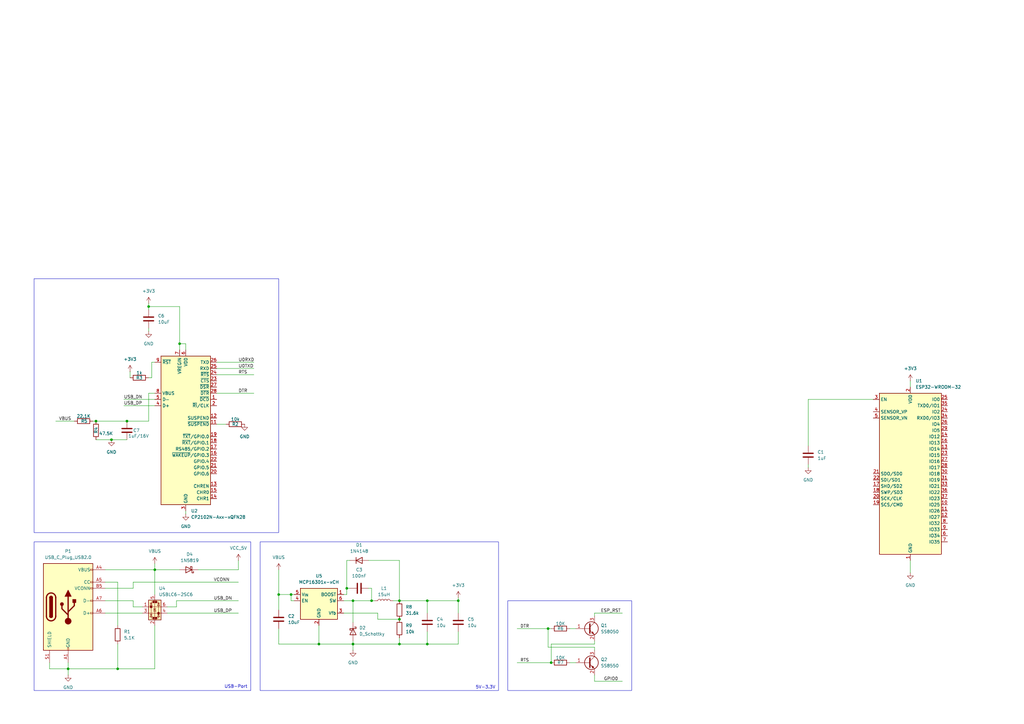
<source format=kicad_sch>
(kicad_sch
	(version 20250114)
	(generator "eeschema")
	(generator_version "9.0")
	(uuid "1e02f42d-bb57-4378-b9cd-a82ceb404f94")
	(paper "A3")
	(title_block
		(title "ESP32")
	)
	(lib_symbols
		(symbol "Connector:USB_C_Plug_USB2.0"
			(pin_names
				(offset 1.016)
			)
			(exclude_from_sim no)
			(in_bom yes)
			(on_board yes)
			(property "Reference" "P"
				(at -10.16 19.05 0)
				(effects
					(font
						(size 1.27 1.27)
					)
					(justify left)
				)
			)
			(property "Value" "USB_C_Plug_USB2.0"
				(at 12.7 19.05 0)
				(effects
					(font
						(size 1.27 1.27)
					)
					(justify right)
				)
			)
			(property "Footprint" ""
				(at 3.81 0 0)
				(effects
					(font
						(size 1.27 1.27)
					)
					(hide yes)
				)
			)
			(property "Datasheet" "https://www.usb.org/sites/default/files/documents/usb_type-c.zip"
				(at 3.81 0 0)
				(effects
					(font
						(size 1.27 1.27)
					)
					(hide yes)
				)
			)
			(property "Description" "USB 2.0-only Type-C Plug connector"
				(at 0 0 0)
				(effects
					(font
						(size 1.27 1.27)
					)
					(hide yes)
				)
			)
			(property "ki_keywords" "usb universal serial bus type-C USB2.0"
				(at 0 0 0)
				(effects
					(font
						(size 1.27 1.27)
					)
					(hide yes)
				)
			)
			(property "ki_fp_filters" "USB*C*Plug*"
				(at 0 0 0)
				(effects
					(font
						(size 1.27 1.27)
					)
					(hide yes)
				)
			)
			(symbol "USB_C_Plug_USB2.0_0_0"
				(rectangle
					(start -0.254 -17.78)
					(end 0.254 -16.764)
					(stroke
						(width 0)
						(type default)
					)
					(fill
						(type none)
					)
				)
				(rectangle
					(start 10.16 15.494)
					(end 9.144 14.986)
					(stroke
						(width 0)
						(type default)
					)
					(fill
						(type none)
					)
				)
				(rectangle
					(start 10.16 10.414)
					(end 9.144 9.906)
					(stroke
						(width 0)
						(type default)
					)
					(fill
						(type none)
					)
				)
				(rectangle
					(start 10.16 7.874)
					(end 9.144 7.366)
					(stroke
						(width 0)
						(type default)
					)
					(fill
						(type none)
					)
				)
				(rectangle
					(start 10.16 2.794)
					(end 9.144 2.286)
					(stroke
						(width 0)
						(type default)
					)
					(fill
						(type none)
					)
				)
				(rectangle
					(start 10.16 -2.286)
					(end 9.144 -2.794)
					(stroke
						(width 0)
						(type default)
					)
					(fill
						(type none)
					)
				)
			)
			(symbol "USB_C_Plug_USB2.0_0_1"
				(rectangle
					(start -10.16 17.78)
					(end 10.16 -17.78)
					(stroke
						(width 0.254)
						(type default)
					)
					(fill
						(type background)
					)
				)
				(polyline
					(pts
						(xy -8.89 -3.81) (xy -8.89 3.81)
					)
					(stroke
						(width 0.508)
						(type default)
					)
					(fill
						(type none)
					)
				)
				(rectangle
					(start -7.62 -3.81)
					(end -6.35 3.81)
					(stroke
						(width 0.254)
						(type default)
					)
					(fill
						(type outline)
					)
				)
				(arc
					(start -7.62 3.81)
					(mid -6.985 4.4423)
					(end -6.35 3.81)
					(stroke
						(width 0.254)
						(type default)
					)
					(fill
						(type none)
					)
				)
				(arc
					(start -7.62 3.81)
					(mid -6.985 4.4423)
					(end -6.35 3.81)
					(stroke
						(width 0.254)
						(type default)
					)
					(fill
						(type outline)
					)
				)
				(arc
					(start -8.89 3.81)
					(mid -6.985 5.7067)
					(end -5.08 3.81)
					(stroke
						(width 0.508)
						(type default)
					)
					(fill
						(type none)
					)
				)
				(arc
					(start -5.08 -3.81)
					(mid -6.985 -5.7067)
					(end -8.89 -3.81)
					(stroke
						(width 0.508)
						(type default)
					)
					(fill
						(type none)
					)
				)
				(arc
					(start -6.35 -3.81)
					(mid -6.985 -4.4423)
					(end -7.62 -3.81)
					(stroke
						(width 0.254)
						(type default)
					)
					(fill
						(type none)
					)
				)
				(arc
					(start -6.35 -3.81)
					(mid -6.985 -4.4423)
					(end -7.62 -3.81)
					(stroke
						(width 0.254)
						(type default)
					)
					(fill
						(type outline)
					)
				)
				(polyline
					(pts
						(xy -5.08 3.81) (xy -5.08 -3.81)
					)
					(stroke
						(width 0.508)
						(type default)
					)
					(fill
						(type none)
					)
				)
				(circle
					(center -2.54 1.143)
					(radius 0.635)
					(stroke
						(width 0.254)
						(type default)
					)
					(fill
						(type outline)
					)
				)
				(polyline
					(pts
						(xy -1.27 4.318) (xy 0 6.858) (xy 1.27 4.318) (xy -1.27 4.318)
					)
					(stroke
						(width 0.254)
						(type default)
					)
					(fill
						(type outline)
					)
				)
				(polyline
					(pts
						(xy 0 -2.032) (xy 2.54 0.508) (xy 2.54 1.778)
					)
					(stroke
						(width 0.508)
						(type default)
					)
					(fill
						(type none)
					)
				)
				(polyline
					(pts
						(xy 0 -3.302) (xy -2.54 -0.762) (xy -2.54 0.508)
					)
					(stroke
						(width 0.508)
						(type default)
					)
					(fill
						(type none)
					)
				)
				(polyline
					(pts
						(xy 0 -5.842) (xy 0 4.318)
					)
					(stroke
						(width 0.508)
						(type default)
					)
					(fill
						(type none)
					)
				)
				(circle
					(center 0 -5.842)
					(radius 1.27)
					(stroke
						(width 0)
						(type default)
					)
					(fill
						(type outline)
					)
				)
				(rectangle
					(start 1.905 1.778)
					(end 3.175 3.048)
					(stroke
						(width 0.254)
						(type default)
					)
					(fill
						(type outline)
					)
				)
			)
			(symbol "USB_C_Plug_USB2.0_1_1"
				(pin passive line
					(at -7.62 -22.86 90)
					(length 5.08)
					(name "SHIELD"
						(effects
							(font
								(size 1.27 1.27)
							)
						)
					)
					(number "S1"
						(effects
							(font
								(size 1.27 1.27)
							)
						)
					)
				)
				(pin passive line
					(at 0 -22.86 90)
					(length 5.08)
					(name "GND"
						(effects
							(font
								(size 1.27 1.27)
							)
						)
					)
					(number "A1"
						(effects
							(font
								(size 1.27 1.27)
							)
						)
					)
				)
				(pin passive line
					(at 0 -22.86 90)
					(length 5.08)
					(hide yes)
					(name "GND"
						(effects
							(font
								(size 1.27 1.27)
							)
						)
					)
					(number "A12"
						(effects
							(font
								(size 1.27 1.27)
							)
						)
					)
				)
				(pin passive line
					(at 0 -22.86 90)
					(length 5.08)
					(hide yes)
					(name "GND"
						(effects
							(font
								(size 1.27 1.27)
							)
						)
					)
					(number "B1"
						(effects
							(font
								(size 1.27 1.27)
							)
						)
					)
				)
				(pin passive line
					(at 0 -22.86 90)
					(length 5.08)
					(hide yes)
					(name "GND"
						(effects
							(font
								(size 1.27 1.27)
							)
						)
					)
					(number "B12"
						(effects
							(font
								(size 1.27 1.27)
							)
						)
					)
				)
				(pin passive line
					(at 15.24 15.24 180)
					(length 5.08)
					(name "VBUS"
						(effects
							(font
								(size 1.27 1.27)
							)
						)
					)
					(number "A4"
						(effects
							(font
								(size 1.27 1.27)
							)
						)
					)
				)
				(pin passive line
					(at 15.24 15.24 180)
					(length 5.08)
					(hide yes)
					(name "VBUS"
						(effects
							(font
								(size 1.27 1.27)
							)
						)
					)
					(number "A9"
						(effects
							(font
								(size 1.27 1.27)
							)
						)
					)
				)
				(pin passive line
					(at 15.24 15.24 180)
					(length 5.08)
					(hide yes)
					(name "VBUS"
						(effects
							(font
								(size 1.27 1.27)
							)
						)
					)
					(number "B4"
						(effects
							(font
								(size 1.27 1.27)
							)
						)
					)
				)
				(pin passive line
					(at 15.24 15.24 180)
					(length 5.08)
					(hide yes)
					(name "VBUS"
						(effects
							(font
								(size 1.27 1.27)
							)
						)
					)
					(number "B9"
						(effects
							(font
								(size 1.27 1.27)
							)
						)
					)
				)
				(pin bidirectional line
					(at 15.24 10.16 180)
					(length 5.08)
					(name "CC"
						(effects
							(font
								(size 1.27 1.27)
							)
						)
					)
					(number "A5"
						(effects
							(font
								(size 1.27 1.27)
							)
						)
					)
				)
				(pin bidirectional line
					(at 15.24 7.62 180)
					(length 5.08)
					(name "VCONN"
						(effects
							(font
								(size 1.27 1.27)
							)
						)
					)
					(number "B5"
						(effects
							(font
								(size 1.27 1.27)
							)
						)
					)
				)
				(pin bidirectional line
					(at 15.24 2.54 180)
					(length 5.08)
					(name "D-"
						(effects
							(font
								(size 1.27 1.27)
							)
						)
					)
					(number "A7"
						(effects
							(font
								(size 1.27 1.27)
							)
						)
					)
				)
				(pin bidirectional line
					(at 15.24 -2.54 180)
					(length 5.08)
					(name "D+"
						(effects
							(font
								(size 1.27 1.27)
							)
						)
					)
					(number "A6"
						(effects
							(font
								(size 1.27 1.27)
							)
						)
					)
				)
			)
			(embedded_fonts no)
		)
		(symbol "Device:C"
			(pin_numbers
				(hide yes)
			)
			(pin_names
				(offset 0.254)
			)
			(exclude_from_sim no)
			(in_bom yes)
			(on_board yes)
			(property "Reference" "C"
				(at 0.635 2.54 0)
				(effects
					(font
						(size 1.27 1.27)
					)
					(justify left)
				)
			)
			(property "Value" "C"
				(at 0.635 -2.54 0)
				(effects
					(font
						(size 1.27 1.27)
					)
					(justify left)
				)
			)
			(property "Footprint" ""
				(at 0.9652 -3.81 0)
				(effects
					(font
						(size 1.27 1.27)
					)
					(hide yes)
				)
			)
			(property "Datasheet" "~"
				(at 0 0 0)
				(effects
					(font
						(size 1.27 1.27)
					)
					(hide yes)
				)
			)
			(property "Description" "Unpolarized capacitor"
				(at 0 0 0)
				(effects
					(font
						(size 1.27 1.27)
					)
					(hide yes)
				)
			)
			(property "ki_keywords" "cap capacitor"
				(at 0 0 0)
				(effects
					(font
						(size 1.27 1.27)
					)
					(hide yes)
				)
			)
			(property "ki_fp_filters" "C_*"
				(at 0 0 0)
				(effects
					(font
						(size 1.27 1.27)
					)
					(hide yes)
				)
			)
			(symbol "C_0_1"
				(polyline
					(pts
						(xy -2.032 0.762) (xy 2.032 0.762)
					)
					(stroke
						(width 0.508)
						(type default)
					)
					(fill
						(type none)
					)
				)
				(polyline
					(pts
						(xy -2.032 -0.762) (xy 2.032 -0.762)
					)
					(stroke
						(width 0.508)
						(type default)
					)
					(fill
						(type none)
					)
				)
			)
			(symbol "C_1_1"
				(pin passive line
					(at 0 3.81 270)
					(length 2.794)
					(name "~"
						(effects
							(font
								(size 1.27 1.27)
							)
						)
					)
					(number "1"
						(effects
							(font
								(size 1.27 1.27)
							)
						)
					)
				)
				(pin passive line
					(at 0 -3.81 90)
					(length 2.794)
					(name "~"
						(effects
							(font
								(size 1.27 1.27)
							)
						)
					)
					(number "2"
						(effects
							(font
								(size 1.27 1.27)
							)
						)
					)
				)
			)
			(embedded_fonts no)
		)
		(symbol "Device:D_Schottky"
			(pin_numbers
				(hide yes)
			)
			(pin_names
				(offset 1.016)
				(hide yes)
			)
			(exclude_from_sim no)
			(in_bom yes)
			(on_board yes)
			(property "Reference" "D"
				(at 0 2.54 0)
				(effects
					(font
						(size 1.27 1.27)
					)
				)
			)
			(property "Value" "D_Schottky"
				(at 0 -2.54 0)
				(effects
					(font
						(size 1.27 1.27)
					)
				)
			)
			(property "Footprint" ""
				(at 0 0 0)
				(effects
					(font
						(size 1.27 1.27)
					)
					(hide yes)
				)
			)
			(property "Datasheet" "~"
				(at 0 0 0)
				(effects
					(font
						(size 1.27 1.27)
					)
					(hide yes)
				)
			)
			(property "Description" "Schottky diode"
				(at 0 0 0)
				(effects
					(font
						(size 1.27 1.27)
					)
					(hide yes)
				)
			)
			(property "ki_keywords" "diode Schottky"
				(at 0 0 0)
				(effects
					(font
						(size 1.27 1.27)
					)
					(hide yes)
				)
			)
			(property "ki_fp_filters" "TO-???* *_Diode_* *SingleDiode* D_*"
				(at 0 0 0)
				(effects
					(font
						(size 1.27 1.27)
					)
					(hide yes)
				)
			)
			(symbol "D_Schottky_0_1"
				(polyline
					(pts
						(xy -1.905 0.635) (xy -1.905 1.27) (xy -1.27 1.27) (xy -1.27 -1.27) (xy -0.635 -1.27) (xy -0.635 -0.635)
					)
					(stroke
						(width 0.254)
						(type default)
					)
					(fill
						(type none)
					)
				)
				(polyline
					(pts
						(xy 1.27 1.27) (xy 1.27 -1.27) (xy -1.27 0) (xy 1.27 1.27)
					)
					(stroke
						(width 0.254)
						(type default)
					)
					(fill
						(type none)
					)
				)
				(polyline
					(pts
						(xy 1.27 0) (xy -1.27 0)
					)
					(stroke
						(width 0)
						(type default)
					)
					(fill
						(type none)
					)
				)
			)
			(symbol "D_Schottky_1_1"
				(pin passive line
					(at -3.81 0 0)
					(length 2.54)
					(name "K"
						(effects
							(font
								(size 1.27 1.27)
							)
						)
					)
					(number "1"
						(effects
							(font
								(size 1.27 1.27)
							)
						)
					)
				)
				(pin passive line
					(at 3.81 0 180)
					(length 2.54)
					(name "A"
						(effects
							(font
								(size 1.27 1.27)
							)
						)
					)
					(number "2"
						(effects
							(font
								(size 1.27 1.27)
							)
						)
					)
				)
			)
			(embedded_fonts no)
		)
		(symbol "Device:L"
			(pin_numbers
				(hide yes)
			)
			(pin_names
				(offset 1.016)
				(hide yes)
			)
			(exclude_from_sim no)
			(in_bom yes)
			(on_board yes)
			(property "Reference" "L"
				(at -1.27 0 90)
				(effects
					(font
						(size 1.27 1.27)
					)
				)
			)
			(property "Value" "L"
				(at 1.905 0 90)
				(effects
					(font
						(size 1.27 1.27)
					)
				)
			)
			(property "Footprint" ""
				(at 0 0 0)
				(effects
					(font
						(size 1.27 1.27)
					)
					(hide yes)
				)
			)
			(property "Datasheet" "~"
				(at 0 0 0)
				(effects
					(font
						(size 1.27 1.27)
					)
					(hide yes)
				)
			)
			(property "Description" "Inductor"
				(at 0 0 0)
				(effects
					(font
						(size 1.27 1.27)
					)
					(hide yes)
				)
			)
			(property "ki_keywords" "inductor choke coil reactor magnetic"
				(at 0 0 0)
				(effects
					(font
						(size 1.27 1.27)
					)
					(hide yes)
				)
			)
			(property "ki_fp_filters" "Choke_* *Coil* Inductor_* L_*"
				(at 0 0 0)
				(effects
					(font
						(size 1.27 1.27)
					)
					(hide yes)
				)
			)
			(symbol "L_0_1"
				(arc
					(start 0 2.54)
					(mid 0.6323 1.905)
					(end 0 1.27)
					(stroke
						(width 0)
						(type default)
					)
					(fill
						(type none)
					)
				)
				(arc
					(start 0 1.27)
					(mid 0.6323 0.635)
					(end 0 0)
					(stroke
						(width 0)
						(type default)
					)
					(fill
						(type none)
					)
				)
				(arc
					(start 0 0)
					(mid 0.6323 -0.635)
					(end 0 -1.27)
					(stroke
						(width 0)
						(type default)
					)
					(fill
						(type none)
					)
				)
				(arc
					(start 0 -1.27)
					(mid 0.6323 -1.905)
					(end 0 -2.54)
					(stroke
						(width 0)
						(type default)
					)
					(fill
						(type none)
					)
				)
			)
			(symbol "L_1_1"
				(pin passive line
					(at 0 3.81 270)
					(length 1.27)
					(name "1"
						(effects
							(font
								(size 1.27 1.27)
							)
						)
					)
					(number "1"
						(effects
							(font
								(size 1.27 1.27)
							)
						)
					)
				)
				(pin passive line
					(at 0 -3.81 90)
					(length 1.27)
					(name "2"
						(effects
							(font
								(size 1.27 1.27)
							)
						)
					)
					(number "2"
						(effects
							(font
								(size 1.27 1.27)
							)
						)
					)
				)
			)
			(embedded_fonts no)
		)
		(symbol "Device:R"
			(pin_numbers
				(hide yes)
			)
			(pin_names
				(offset 0)
			)
			(exclude_from_sim no)
			(in_bom yes)
			(on_board yes)
			(property "Reference" "R"
				(at 2.032 0 90)
				(effects
					(font
						(size 1.27 1.27)
					)
				)
			)
			(property "Value" "R"
				(at 0 0 90)
				(effects
					(font
						(size 1.27 1.27)
					)
				)
			)
			(property "Footprint" ""
				(at -1.778 0 90)
				(effects
					(font
						(size 1.27 1.27)
					)
					(hide yes)
				)
			)
			(property "Datasheet" "~"
				(at 0 0 0)
				(effects
					(font
						(size 1.27 1.27)
					)
					(hide yes)
				)
			)
			(property "Description" "Resistor"
				(at 0 0 0)
				(effects
					(font
						(size 1.27 1.27)
					)
					(hide yes)
				)
			)
			(property "ki_keywords" "R res resistor"
				(at 0 0 0)
				(effects
					(font
						(size 1.27 1.27)
					)
					(hide yes)
				)
			)
			(property "ki_fp_filters" "R_*"
				(at 0 0 0)
				(effects
					(font
						(size 1.27 1.27)
					)
					(hide yes)
				)
			)
			(symbol "R_0_1"
				(rectangle
					(start -1.016 -2.54)
					(end 1.016 2.54)
					(stroke
						(width 0.254)
						(type default)
					)
					(fill
						(type none)
					)
				)
			)
			(symbol "R_1_1"
				(pin passive line
					(at 0 3.81 270)
					(length 1.27)
					(name "~"
						(effects
							(font
								(size 1.27 1.27)
							)
						)
					)
					(number "1"
						(effects
							(font
								(size 1.27 1.27)
							)
						)
					)
				)
				(pin passive line
					(at 0 -3.81 90)
					(length 1.27)
					(name "~"
						(effects
							(font
								(size 1.27 1.27)
							)
						)
					)
					(number "2"
						(effects
							(font
								(size 1.27 1.27)
							)
						)
					)
				)
			)
			(embedded_fonts no)
		)
		(symbol "Diode:1N4148"
			(pin_numbers
				(hide yes)
			)
			(pin_names
				(hide yes)
			)
			(exclude_from_sim no)
			(in_bom yes)
			(on_board yes)
			(property "Reference" "D"
				(at 0 2.54 0)
				(effects
					(font
						(size 1.27 1.27)
					)
				)
			)
			(property "Value" "1N4148"
				(at 0 -2.54 0)
				(effects
					(font
						(size 1.27 1.27)
					)
				)
			)
			(property "Footprint" "Diode_THT:D_DO-35_SOD27_P7.62mm_Horizontal"
				(at 0 0 0)
				(effects
					(font
						(size 1.27 1.27)
					)
					(hide yes)
				)
			)
			(property "Datasheet" "https://assets.nexperia.com/documents/data-sheet/1N4148_1N4448.pdf"
				(at 0 0 0)
				(effects
					(font
						(size 1.27 1.27)
					)
					(hide yes)
				)
			)
			(property "Description" "100V 0.15A standard switching diode, DO-35"
				(at 0 0 0)
				(effects
					(font
						(size 1.27 1.27)
					)
					(hide yes)
				)
			)
			(property "Sim.Device" "D"
				(at 0 0 0)
				(effects
					(font
						(size 1.27 1.27)
					)
					(hide yes)
				)
			)
			(property "Sim.Pins" "1=K 2=A"
				(at 0 0 0)
				(effects
					(font
						(size 1.27 1.27)
					)
					(hide yes)
				)
			)
			(property "ki_keywords" "diode"
				(at 0 0 0)
				(effects
					(font
						(size 1.27 1.27)
					)
					(hide yes)
				)
			)
			(property "ki_fp_filters" "D*DO?35*"
				(at 0 0 0)
				(effects
					(font
						(size 1.27 1.27)
					)
					(hide yes)
				)
			)
			(symbol "1N4148_0_1"
				(polyline
					(pts
						(xy -1.27 1.27) (xy -1.27 -1.27)
					)
					(stroke
						(width 0.254)
						(type default)
					)
					(fill
						(type none)
					)
				)
				(polyline
					(pts
						(xy 1.27 1.27) (xy 1.27 -1.27) (xy -1.27 0) (xy 1.27 1.27)
					)
					(stroke
						(width 0.254)
						(type default)
					)
					(fill
						(type none)
					)
				)
				(polyline
					(pts
						(xy 1.27 0) (xy -1.27 0)
					)
					(stroke
						(width 0)
						(type default)
					)
					(fill
						(type none)
					)
				)
			)
			(symbol "1N4148_1_1"
				(pin passive line
					(at -3.81 0 0)
					(length 2.54)
					(name "K"
						(effects
							(font
								(size 1.27 1.27)
							)
						)
					)
					(number "1"
						(effects
							(font
								(size 1.27 1.27)
							)
						)
					)
				)
				(pin passive line
					(at 3.81 0 180)
					(length 2.54)
					(name "A"
						(effects
							(font
								(size 1.27 1.27)
							)
						)
					)
					(number "2"
						(effects
							(font
								(size 1.27 1.27)
							)
						)
					)
				)
			)
			(embedded_fonts no)
		)
		(symbol "Diode:1N5819"
			(pin_numbers
				(hide yes)
			)
			(pin_names
				(offset 1.016)
				(hide yes)
			)
			(exclude_from_sim no)
			(in_bom yes)
			(on_board yes)
			(property "Reference" "D"
				(at 0 2.54 0)
				(effects
					(font
						(size 1.27 1.27)
					)
				)
			)
			(property "Value" "1N5819"
				(at 0 -2.54 0)
				(effects
					(font
						(size 1.27 1.27)
					)
				)
			)
			(property "Footprint" "Diode_THT:D_DO-41_SOD81_P10.16mm_Horizontal"
				(at 0 -4.445 0)
				(effects
					(font
						(size 1.27 1.27)
					)
					(hide yes)
				)
			)
			(property "Datasheet" "http://www.vishay.com/docs/88525/1n5817.pdf"
				(at 0 0 0)
				(effects
					(font
						(size 1.27 1.27)
					)
					(hide yes)
				)
			)
			(property "Description" "40V 1A Schottky Barrier Rectifier Diode, DO-41"
				(at 0 0 0)
				(effects
					(font
						(size 1.27 1.27)
					)
					(hide yes)
				)
			)
			(property "ki_keywords" "diode Schottky"
				(at 0 0 0)
				(effects
					(font
						(size 1.27 1.27)
					)
					(hide yes)
				)
			)
			(property "ki_fp_filters" "D*DO?41*"
				(at 0 0 0)
				(effects
					(font
						(size 1.27 1.27)
					)
					(hide yes)
				)
			)
			(symbol "1N5819_0_1"
				(polyline
					(pts
						(xy -1.905 0.635) (xy -1.905 1.27) (xy -1.27 1.27) (xy -1.27 -1.27) (xy -0.635 -1.27) (xy -0.635 -0.635)
					)
					(stroke
						(width 0.254)
						(type default)
					)
					(fill
						(type none)
					)
				)
				(polyline
					(pts
						(xy 1.27 1.27) (xy 1.27 -1.27) (xy -1.27 0) (xy 1.27 1.27)
					)
					(stroke
						(width 0.254)
						(type default)
					)
					(fill
						(type none)
					)
				)
				(polyline
					(pts
						(xy 1.27 0) (xy -1.27 0)
					)
					(stroke
						(width 0)
						(type default)
					)
					(fill
						(type none)
					)
				)
			)
			(symbol "1N5819_1_1"
				(pin passive line
					(at -3.81 0 0)
					(length 2.54)
					(name "K"
						(effects
							(font
								(size 1.27 1.27)
							)
						)
					)
					(number "1"
						(effects
							(font
								(size 1.27 1.27)
							)
						)
					)
				)
				(pin passive line
					(at 3.81 0 180)
					(length 2.54)
					(name "A"
						(effects
							(font
								(size 1.27 1.27)
							)
						)
					)
					(number "2"
						(effects
							(font
								(size 1.27 1.27)
							)
						)
					)
				)
			)
			(embedded_fonts no)
		)
		(symbol "Interface_USB:CP2102N-Axx-xQFN28"
			(exclude_from_sim no)
			(in_bom yes)
			(on_board yes)
			(property "Reference" "U"
				(at -8.89 31.75 0)
				(effects
					(font
						(size 1.27 1.27)
					)
				)
			)
			(property "Value" "CP2102N-Axx-xQFN28"
				(at 12.7 31.75 0)
				(effects
					(font
						(size 1.27 1.27)
					)
				)
			)
			(property "Footprint" "Package_DFN_QFN:QFN-28-1EP_5x5mm_P0.5mm_EP3.35x3.35mm"
				(at 33.02 -31.75 0)
				(effects
					(font
						(size 1.27 1.27)
					)
					(hide yes)
				)
			)
			(property "Datasheet" "https://www.silabs.com/documents/public/data-sheets/cp2102n-datasheet.pdf"
				(at 1.27 -19.05 0)
				(effects
					(font
						(size 1.27 1.27)
					)
					(hide yes)
				)
			)
			(property "Description" "USB to UART master bridge, QFN-28"
				(at 0 0 0)
				(effects
					(font
						(size 1.27 1.27)
					)
					(hide yes)
				)
			)
			(property "ki_keywords" "USB UART bridge"
				(at 0 0 0)
				(effects
					(font
						(size 1.27 1.27)
					)
					(hide yes)
				)
			)
			(property "ki_fp_filters" "QFN*1EP*5x5mm*P0.5mm*"
				(at 0 0 0)
				(effects
					(font
						(size 1.27 1.27)
					)
					(hide yes)
				)
			)
			(symbol "CP2102N-Axx-xQFN28_0_1"
				(rectangle
					(start -10.16 30.48)
					(end 10.16 -30.48)
					(stroke
						(width 0.254)
						(type default)
					)
					(fill
						(type background)
					)
				)
			)
			(symbol "CP2102N-Axx-xQFN28_1_1"
				(pin input line
					(at -12.7 27.94 0)
					(length 2.54)
					(name "~{RST}"
						(effects
							(font
								(size 1.27 1.27)
							)
						)
					)
					(number "9"
						(effects
							(font
								(size 1.27 1.27)
							)
						)
					)
				)
				(pin input line
					(at -12.7 15.24 0)
					(length 2.54)
					(name "VBUS"
						(effects
							(font
								(size 1.27 1.27)
							)
						)
					)
					(number "8"
						(effects
							(font
								(size 1.27 1.27)
							)
						)
					)
				)
				(pin bidirectional line
					(at -12.7 12.7 0)
					(length 2.54)
					(name "D-"
						(effects
							(font
								(size 1.27 1.27)
							)
						)
					)
					(number "5"
						(effects
							(font
								(size 1.27 1.27)
							)
						)
					)
				)
				(pin bidirectional line
					(at -12.7 10.16 0)
					(length 2.54)
					(name "D+"
						(effects
							(font
								(size 1.27 1.27)
							)
						)
					)
					(number "4"
						(effects
							(font
								(size 1.27 1.27)
							)
						)
					)
				)
				(pin no_connect line
					(at -10.16 -27.94 0)
					(length 2.54)
					(hide yes)
					(name "NC"
						(effects
							(font
								(size 1.27 1.27)
							)
						)
					)
					(number "10"
						(effects
							(font
								(size 1.27 1.27)
							)
						)
					)
				)
				(pin power_in line
					(at -2.54 33.02 270)
					(length 2.54)
					(name "VREGIN"
						(effects
							(font
								(size 1.27 1.27)
							)
						)
					)
					(number "7"
						(effects
							(font
								(size 1.27 1.27)
							)
						)
					)
				)
				(pin power_in line
					(at 0 33.02 270)
					(length 2.54)
					(name "VDD"
						(effects
							(font
								(size 1.27 1.27)
							)
						)
					)
					(number "6"
						(effects
							(font
								(size 1.27 1.27)
							)
						)
					)
				)
				(pin passive line
					(at 0 -33.02 90)
					(length 2.54)
					(hide yes)
					(name "GND"
						(effects
							(font
								(size 1.27 1.27)
							)
						)
					)
					(number "29"
						(effects
							(font
								(size 1.27 1.27)
							)
						)
					)
				)
				(pin power_in line
					(at 0 -33.02 90)
					(length 2.54)
					(name "GND"
						(effects
							(font
								(size 1.27 1.27)
							)
						)
					)
					(number "3"
						(effects
							(font
								(size 1.27 1.27)
							)
						)
					)
				)
				(pin output line
					(at 12.7 27.94 180)
					(length 2.54)
					(name "TXD"
						(effects
							(font
								(size 1.27 1.27)
							)
						)
					)
					(number "26"
						(effects
							(font
								(size 1.27 1.27)
							)
						)
					)
				)
				(pin input line
					(at 12.7 25.4 180)
					(length 2.54)
					(name "RXD"
						(effects
							(font
								(size 1.27 1.27)
							)
						)
					)
					(number "25"
						(effects
							(font
								(size 1.27 1.27)
							)
						)
					)
				)
				(pin output line
					(at 12.7 22.86 180)
					(length 2.54)
					(name "~{RTS}"
						(effects
							(font
								(size 1.27 1.27)
							)
						)
					)
					(number "24"
						(effects
							(font
								(size 1.27 1.27)
							)
						)
					)
				)
				(pin input line
					(at 12.7 20.32 180)
					(length 2.54)
					(name "~{CTS}"
						(effects
							(font
								(size 1.27 1.27)
							)
						)
					)
					(number "23"
						(effects
							(font
								(size 1.27 1.27)
							)
						)
					)
				)
				(pin input line
					(at 12.7 17.78 180)
					(length 2.54)
					(name "~{DSR}"
						(effects
							(font
								(size 1.27 1.27)
							)
						)
					)
					(number "27"
						(effects
							(font
								(size 1.27 1.27)
							)
						)
					)
				)
				(pin output line
					(at 12.7 15.24 180)
					(length 2.54)
					(name "~{DTR}"
						(effects
							(font
								(size 1.27 1.27)
							)
						)
					)
					(number "28"
						(effects
							(font
								(size 1.27 1.27)
							)
						)
					)
				)
				(pin input line
					(at 12.7 12.7 180)
					(length 2.54)
					(name "~{DCD}"
						(effects
							(font
								(size 1.27 1.27)
							)
						)
					)
					(number "1"
						(effects
							(font
								(size 1.27 1.27)
							)
						)
					)
				)
				(pin bidirectional line
					(at 12.7 10.16 180)
					(length 2.54)
					(name "~{RI}/CLK"
						(effects
							(font
								(size 1.27 1.27)
							)
						)
					)
					(number "2"
						(effects
							(font
								(size 1.27 1.27)
							)
						)
					)
				)
				(pin output line
					(at 12.7 5.08 180)
					(length 2.54)
					(name "SUSPEND"
						(effects
							(font
								(size 1.27 1.27)
							)
						)
					)
					(number "12"
						(effects
							(font
								(size 1.27 1.27)
							)
						)
					)
				)
				(pin output line
					(at 12.7 2.54 180)
					(length 2.54)
					(name "~{SUSPEND}"
						(effects
							(font
								(size 1.27 1.27)
							)
						)
					)
					(number "11"
						(effects
							(font
								(size 1.27 1.27)
							)
						)
					)
				)
				(pin bidirectional line
					(at 12.7 -2.54 180)
					(length 2.54)
					(name "~{TXT}/GPIO.0"
						(effects
							(font
								(size 1.27 1.27)
							)
						)
					)
					(number "19"
						(effects
							(font
								(size 1.27 1.27)
							)
						)
					)
				)
				(pin bidirectional line
					(at 12.7 -5.08 180)
					(length 2.54)
					(name "~{RXT}/GPIO.1"
						(effects
							(font
								(size 1.27 1.27)
							)
						)
					)
					(number "18"
						(effects
							(font
								(size 1.27 1.27)
							)
						)
					)
				)
				(pin bidirectional line
					(at 12.7 -7.62 180)
					(length 2.54)
					(name "RS485/GPIO.2"
						(effects
							(font
								(size 1.27 1.27)
							)
						)
					)
					(number "17"
						(effects
							(font
								(size 1.27 1.27)
							)
						)
					)
				)
				(pin bidirectional line
					(at 12.7 -10.16 180)
					(length 2.54)
					(name "~{WAKEUP}/GPIO.3"
						(effects
							(font
								(size 1.27 1.27)
							)
						)
					)
					(number "16"
						(effects
							(font
								(size 1.27 1.27)
							)
						)
					)
				)
				(pin bidirectional line
					(at 12.7 -12.7 180)
					(length 2.54)
					(name "GPIO.4"
						(effects
							(font
								(size 1.27 1.27)
							)
						)
					)
					(number "22"
						(effects
							(font
								(size 1.27 1.27)
							)
						)
					)
				)
				(pin bidirectional line
					(at 12.7 -15.24 180)
					(length 2.54)
					(name "GPIO.5"
						(effects
							(font
								(size 1.27 1.27)
							)
						)
					)
					(number "21"
						(effects
							(font
								(size 1.27 1.27)
							)
						)
					)
				)
				(pin bidirectional line
					(at 12.7 -17.78 180)
					(length 2.54)
					(name "GPIO.6"
						(effects
							(font
								(size 1.27 1.27)
							)
						)
					)
					(number "20"
						(effects
							(font
								(size 1.27 1.27)
							)
						)
					)
				)
				(pin output line
					(at 12.7 -22.86 180)
					(length 2.54)
					(name "CHREN"
						(effects
							(font
								(size 1.27 1.27)
							)
						)
					)
					(number "13"
						(effects
							(font
								(size 1.27 1.27)
							)
						)
					)
				)
				(pin output line
					(at 12.7 -25.4 180)
					(length 2.54)
					(name "CHR0"
						(effects
							(font
								(size 1.27 1.27)
							)
						)
					)
					(number "15"
						(effects
							(font
								(size 1.27 1.27)
							)
						)
					)
				)
				(pin output line
					(at 12.7 -27.94 180)
					(length 2.54)
					(name "CHR1"
						(effects
							(font
								(size 1.27 1.27)
							)
						)
					)
					(number "14"
						(effects
							(font
								(size 1.27 1.27)
							)
						)
					)
				)
			)
			(embedded_fonts no)
		)
		(symbol "Power_Protection:USBLC6-2SC6"
			(pin_names
				(hide yes)
			)
			(exclude_from_sim no)
			(in_bom yes)
			(on_board yes)
			(property "Reference" "U"
				(at 0.635 5.715 0)
				(effects
					(font
						(size 1.27 1.27)
					)
					(justify left)
				)
			)
			(property "Value" "USBLC6-2SC6"
				(at 0.635 3.81 0)
				(effects
					(font
						(size 1.27 1.27)
					)
					(justify left)
				)
			)
			(property "Footprint" "Package_TO_SOT_SMD:SOT-23-6"
				(at 1.27 -6.35 0)
				(effects
					(font
						(size 1.27 1.27)
						(italic yes)
					)
					(justify left)
					(hide yes)
				)
			)
			(property "Datasheet" "https://www.st.com/resource/en/datasheet/usblc6-2.pdf"
				(at 1.27 -8.255 0)
				(effects
					(font
						(size 1.27 1.27)
					)
					(justify left)
					(hide yes)
				)
			)
			(property "Description" "Very low capacitance ESD protection diode, 2 data-line, SOT-23-6"
				(at 0 0 0)
				(effects
					(font
						(size 1.27 1.27)
					)
					(hide yes)
				)
			)
			(property "ki_keywords" "usb ethernet video"
				(at 0 0 0)
				(effects
					(font
						(size 1.27 1.27)
					)
					(hide yes)
				)
			)
			(property "ki_fp_filters" "SOT?23*"
				(at 0 0 0)
				(effects
					(font
						(size 1.27 1.27)
					)
					(hide yes)
				)
			)
			(symbol "USBLC6-2SC6_0_0"
				(circle
					(center -1.524 0)
					(radius 0.0001)
					(stroke
						(width 0.508)
						(type default)
					)
					(fill
						(type none)
					)
				)
				(circle
					(center -0.508 2.032)
					(radius 0.0001)
					(stroke
						(width 0.508)
						(type default)
					)
					(fill
						(type none)
					)
				)
				(circle
					(center -0.508 -4.572)
					(radius 0.0001)
					(stroke
						(width 0.508)
						(type default)
					)
					(fill
						(type none)
					)
				)
				(circle
					(center 0.508 2.032)
					(radius 0.0001)
					(stroke
						(width 0.508)
						(type default)
					)
					(fill
						(type none)
					)
				)
				(circle
					(center 0.508 -4.572)
					(radius 0.0001)
					(stroke
						(width 0.508)
						(type default)
					)
					(fill
						(type none)
					)
				)
				(circle
					(center 1.524 -2.54)
					(radius 0.0001)
					(stroke
						(width 0.508)
						(type default)
					)
					(fill
						(type none)
					)
				)
			)
			(symbol "USBLC6-2SC6_0_1"
				(polyline
					(pts
						(xy -2.54 0) (xy 2.54 0)
					)
					(stroke
						(width 0)
						(type default)
					)
					(fill
						(type none)
					)
				)
				(polyline
					(pts
						(xy -2.54 -2.54) (xy 2.54 -2.54)
					)
					(stroke
						(width 0)
						(type default)
					)
					(fill
						(type none)
					)
				)
				(polyline
					(pts
						(xy -2.032 0.508) (xy -1.016 0.508) (xy -1.524 1.524) (xy -2.032 0.508)
					)
					(stroke
						(width 0)
						(type default)
					)
					(fill
						(type none)
					)
				)
				(polyline
					(pts
						(xy -2.032 -3.048) (xy -1.016 -3.048)
					)
					(stroke
						(width 0)
						(type default)
					)
					(fill
						(type none)
					)
				)
				(polyline
					(pts
						(xy -1.016 1.524) (xy -2.032 1.524)
					)
					(stroke
						(width 0)
						(type default)
					)
					(fill
						(type none)
					)
				)
				(polyline
					(pts
						(xy -1.016 -4.064) (xy -2.032 -4.064) (xy -1.524 -3.048) (xy -1.016 -4.064)
					)
					(stroke
						(width 0)
						(type default)
					)
					(fill
						(type none)
					)
				)
				(polyline
					(pts
						(xy -0.508 -1.143) (xy -0.508 -0.762) (xy 0.508 -0.762)
					)
					(stroke
						(width 0)
						(type default)
					)
					(fill
						(type none)
					)
				)
				(polyline
					(pts
						(xy 0 2.54) (xy -0.508 2.032) (xy 0.508 2.032) (xy 0 1.524) (xy 0 -4.064) (xy -0.508 -4.572) (xy 0.508 -4.572)
						(xy 0 -5.08)
					)
					(stroke
						(width 0)
						(type default)
					)
					(fill
						(type none)
					)
				)
				(polyline
					(pts
						(xy 0.508 -1.778) (xy -0.508 -1.778) (xy 0 -0.762) (xy 0.508 -1.778)
					)
					(stroke
						(width 0)
						(type default)
					)
					(fill
						(type none)
					)
				)
				(polyline
					(pts
						(xy 1.016 1.524) (xy 2.032 1.524)
					)
					(stroke
						(width 0)
						(type default)
					)
					(fill
						(type none)
					)
				)
				(polyline
					(pts
						(xy 1.016 -3.048) (xy 2.032 -3.048)
					)
					(stroke
						(width 0)
						(type default)
					)
					(fill
						(type none)
					)
				)
				(polyline
					(pts
						(xy 2.032 0.508) (xy 1.016 0.508) (xy 1.524 1.524) (xy 2.032 0.508)
					)
					(stroke
						(width 0)
						(type default)
					)
					(fill
						(type none)
					)
				)
				(polyline
					(pts
						(xy 2.032 -4.064) (xy 1.016 -4.064) (xy 1.524 -3.048) (xy 2.032 -4.064)
					)
					(stroke
						(width 0)
						(type default)
					)
					(fill
						(type none)
					)
				)
			)
			(symbol "USBLC6-2SC6_1_1"
				(rectangle
					(start -2.54 2.794)
					(end 2.54 -5.334)
					(stroke
						(width 0.254)
						(type default)
					)
					(fill
						(type background)
					)
				)
				(polyline
					(pts
						(xy -0.508 2.032) (xy -1.524 2.032) (xy -1.524 -4.572) (xy -0.508 -4.572)
					)
					(stroke
						(width 0)
						(type default)
					)
					(fill
						(type none)
					)
				)
				(polyline
					(pts
						(xy 0.508 -4.572) (xy 1.524 -4.572) (xy 1.524 2.032) (xy 0.508 2.032)
					)
					(stroke
						(width 0)
						(type default)
					)
					(fill
						(type none)
					)
				)
				(pin passive line
					(at -5.08 0 0)
					(length 2.54)
					(name "I/O1"
						(effects
							(font
								(size 1.27 1.27)
							)
						)
					)
					(number "1"
						(effects
							(font
								(size 1.27 1.27)
							)
						)
					)
				)
				(pin passive line
					(at -5.08 -2.54 0)
					(length 2.54)
					(name "I/O2"
						(effects
							(font
								(size 1.27 1.27)
							)
						)
					)
					(number "3"
						(effects
							(font
								(size 1.27 1.27)
							)
						)
					)
				)
				(pin passive line
					(at 0 5.08 270)
					(length 2.54)
					(name "VBUS"
						(effects
							(font
								(size 1.27 1.27)
							)
						)
					)
					(number "5"
						(effects
							(font
								(size 1.27 1.27)
							)
						)
					)
				)
				(pin passive line
					(at 0 -7.62 90)
					(length 2.54)
					(name "GND"
						(effects
							(font
								(size 1.27 1.27)
							)
						)
					)
					(number "2"
						(effects
							(font
								(size 1.27 1.27)
							)
						)
					)
				)
				(pin passive line
					(at 5.08 0 180)
					(length 2.54)
					(name "I/O1"
						(effects
							(font
								(size 1.27 1.27)
							)
						)
					)
					(number "6"
						(effects
							(font
								(size 1.27 1.27)
							)
						)
					)
				)
				(pin passive line
					(at 5.08 -2.54 180)
					(length 2.54)
					(name "I/O2"
						(effects
							(font
								(size 1.27 1.27)
							)
						)
					)
					(number "4"
						(effects
							(font
								(size 1.27 1.27)
							)
						)
					)
				)
			)
			(embedded_fonts no)
		)
		(symbol "RF_Module:ESP32-WROOM-32"
			(exclude_from_sim no)
			(in_bom yes)
			(on_board yes)
			(property "Reference" "U"
				(at -12.7 34.29 0)
				(effects
					(font
						(size 1.27 1.27)
					)
					(justify left)
				)
			)
			(property "Value" "ESP32-WROOM-32"
				(at 1.27 34.29 0)
				(effects
					(font
						(size 1.27 1.27)
					)
					(justify left)
				)
			)
			(property "Footprint" "RF_Module:ESP32-WROOM-32"
				(at 0 -38.1 0)
				(effects
					(font
						(size 1.27 1.27)
					)
					(hide yes)
				)
			)
			(property "Datasheet" "https://www.espressif.com/sites/default/files/documentation/esp32-wroom-32_datasheet_en.pdf"
				(at -7.62 1.27 0)
				(effects
					(font
						(size 1.27 1.27)
					)
					(hide yes)
				)
			)
			(property "Description" "RF Module, ESP32-D0WDQ6 SoC, Wi-Fi 802.11b/g/n, Bluetooth, BLE, 32-bit, 2.7-3.6V, onboard antenna, SMD"
				(at 0 0 0)
				(effects
					(font
						(size 1.27 1.27)
					)
					(hide yes)
				)
			)
			(property "ki_keywords" "RF Radio BT ESP ESP32 Espressif onboard PCB antenna"
				(at 0 0 0)
				(effects
					(font
						(size 1.27 1.27)
					)
					(hide yes)
				)
			)
			(property "ki_fp_filters" "ESP32?WROOM?32*"
				(at 0 0 0)
				(effects
					(font
						(size 1.27 1.27)
					)
					(hide yes)
				)
			)
			(symbol "ESP32-WROOM-32_0_1"
				(rectangle
					(start -12.7 33.02)
					(end 12.7 -33.02)
					(stroke
						(width 0.254)
						(type default)
					)
					(fill
						(type background)
					)
				)
			)
			(symbol "ESP32-WROOM-32_1_1"
				(pin input line
					(at -15.24 30.48 0)
					(length 2.54)
					(name "EN"
						(effects
							(font
								(size 1.27 1.27)
							)
						)
					)
					(number "3"
						(effects
							(font
								(size 1.27 1.27)
							)
						)
					)
				)
				(pin input line
					(at -15.24 25.4 0)
					(length 2.54)
					(name "SENSOR_VP"
						(effects
							(font
								(size 1.27 1.27)
							)
						)
					)
					(number "4"
						(effects
							(font
								(size 1.27 1.27)
							)
						)
					)
				)
				(pin input line
					(at -15.24 22.86 0)
					(length 2.54)
					(name "SENSOR_VN"
						(effects
							(font
								(size 1.27 1.27)
							)
						)
					)
					(number "5"
						(effects
							(font
								(size 1.27 1.27)
							)
						)
					)
				)
				(pin bidirectional line
					(at -15.24 0 0)
					(length 2.54)
					(name "SDO/SD0"
						(effects
							(font
								(size 1.27 1.27)
							)
						)
					)
					(number "21"
						(effects
							(font
								(size 1.27 1.27)
							)
						)
					)
				)
				(pin bidirectional line
					(at -15.24 -2.54 0)
					(length 2.54)
					(name "SDI/SD1"
						(effects
							(font
								(size 1.27 1.27)
							)
						)
					)
					(number "22"
						(effects
							(font
								(size 1.27 1.27)
							)
						)
					)
				)
				(pin bidirectional line
					(at -15.24 -5.08 0)
					(length 2.54)
					(name "SHD/SD2"
						(effects
							(font
								(size 1.27 1.27)
							)
						)
					)
					(number "17"
						(effects
							(font
								(size 1.27 1.27)
							)
						)
					)
				)
				(pin bidirectional line
					(at -15.24 -7.62 0)
					(length 2.54)
					(name "SWP/SD3"
						(effects
							(font
								(size 1.27 1.27)
							)
						)
					)
					(number "18"
						(effects
							(font
								(size 1.27 1.27)
							)
						)
					)
				)
				(pin bidirectional line
					(at -15.24 -10.16 0)
					(length 2.54)
					(name "SCK/CLK"
						(effects
							(font
								(size 1.27 1.27)
							)
						)
					)
					(number "20"
						(effects
							(font
								(size 1.27 1.27)
							)
						)
					)
				)
				(pin bidirectional line
					(at -15.24 -12.7 0)
					(length 2.54)
					(name "SCS/CMD"
						(effects
							(font
								(size 1.27 1.27)
							)
						)
					)
					(number "19"
						(effects
							(font
								(size 1.27 1.27)
							)
						)
					)
				)
				(pin no_connect line
					(at -12.7 -27.94 0)
					(length 2.54)
					(hide yes)
					(name "NC"
						(effects
							(font
								(size 1.27 1.27)
							)
						)
					)
					(number "32"
						(effects
							(font
								(size 1.27 1.27)
							)
						)
					)
				)
				(pin power_in line
					(at 0 35.56 270)
					(length 2.54)
					(name "VDD"
						(effects
							(font
								(size 1.27 1.27)
							)
						)
					)
					(number "2"
						(effects
							(font
								(size 1.27 1.27)
							)
						)
					)
				)
				(pin power_in line
					(at 0 -35.56 90)
					(length 2.54)
					(name "GND"
						(effects
							(font
								(size 1.27 1.27)
							)
						)
					)
					(number "1"
						(effects
							(font
								(size 1.27 1.27)
							)
						)
					)
				)
				(pin passive line
					(at 0 -35.56 90)
					(length 2.54)
					(hide yes)
					(name "GND"
						(effects
							(font
								(size 1.27 1.27)
							)
						)
					)
					(number "15"
						(effects
							(font
								(size 1.27 1.27)
							)
						)
					)
				)
				(pin passive line
					(at 0 -35.56 90)
					(length 2.54)
					(hide yes)
					(name "GND"
						(effects
							(font
								(size 1.27 1.27)
							)
						)
					)
					(number "38"
						(effects
							(font
								(size 1.27 1.27)
							)
						)
					)
				)
				(pin passive line
					(at 0 -35.56 90)
					(length 2.54)
					(hide yes)
					(name "GND"
						(effects
							(font
								(size 1.27 1.27)
							)
						)
					)
					(number "39"
						(effects
							(font
								(size 1.27 1.27)
							)
						)
					)
				)
				(pin bidirectional line
					(at 15.24 30.48 180)
					(length 2.54)
					(name "IO0"
						(effects
							(font
								(size 1.27 1.27)
							)
						)
					)
					(number "25"
						(effects
							(font
								(size 1.27 1.27)
							)
						)
					)
				)
				(pin bidirectional line
					(at 15.24 27.94 180)
					(length 2.54)
					(name "TXD0/IO1"
						(effects
							(font
								(size 1.27 1.27)
							)
						)
					)
					(number "35"
						(effects
							(font
								(size 1.27 1.27)
							)
						)
					)
				)
				(pin bidirectional line
					(at 15.24 25.4 180)
					(length 2.54)
					(name "IO2"
						(effects
							(font
								(size 1.27 1.27)
							)
						)
					)
					(number "24"
						(effects
							(font
								(size 1.27 1.27)
							)
						)
					)
				)
				(pin bidirectional line
					(at 15.24 22.86 180)
					(length 2.54)
					(name "RXD0/IO3"
						(effects
							(font
								(size 1.27 1.27)
							)
						)
					)
					(number "34"
						(effects
							(font
								(size 1.27 1.27)
							)
						)
					)
				)
				(pin bidirectional line
					(at 15.24 20.32 180)
					(length 2.54)
					(name "IO4"
						(effects
							(font
								(size 1.27 1.27)
							)
						)
					)
					(number "26"
						(effects
							(font
								(size 1.27 1.27)
							)
						)
					)
				)
				(pin bidirectional line
					(at 15.24 17.78 180)
					(length 2.54)
					(name "IO5"
						(effects
							(font
								(size 1.27 1.27)
							)
						)
					)
					(number "29"
						(effects
							(font
								(size 1.27 1.27)
							)
						)
					)
				)
				(pin bidirectional line
					(at 15.24 15.24 180)
					(length 2.54)
					(name "IO12"
						(effects
							(font
								(size 1.27 1.27)
							)
						)
					)
					(number "14"
						(effects
							(font
								(size 1.27 1.27)
							)
						)
					)
				)
				(pin bidirectional line
					(at 15.24 12.7 180)
					(length 2.54)
					(name "IO13"
						(effects
							(font
								(size 1.27 1.27)
							)
						)
					)
					(number "16"
						(effects
							(font
								(size 1.27 1.27)
							)
						)
					)
				)
				(pin bidirectional line
					(at 15.24 10.16 180)
					(length 2.54)
					(name "IO14"
						(effects
							(font
								(size 1.27 1.27)
							)
						)
					)
					(number "13"
						(effects
							(font
								(size 1.27 1.27)
							)
						)
					)
				)
				(pin bidirectional line
					(at 15.24 7.62 180)
					(length 2.54)
					(name "IO15"
						(effects
							(font
								(size 1.27 1.27)
							)
						)
					)
					(number "23"
						(effects
							(font
								(size 1.27 1.27)
							)
						)
					)
				)
				(pin bidirectional line
					(at 15.24 5.08 180)
					(length 2.54)
					(name "IO16"
						(effects
							(font
								(size 1.27 1.27)
							)
						)
					)
					(number "27"
						(effects
							(font
								(size 1.27 1.27)
							)
						)
					)
				)
				(pin bidirectional line
					(at 15.24 2.54 180)
					(length 2.54)
					(name "IO17"
						(effects
							(font
								(size 1.27 1.27)
							)
						)
					)
					(number "28"
						(effects
							(font
								(size 1.27 1.27)
							)
						)
					)
				)
				(pin bidirectional line
					(at 15.24 0 180)
					(length 2.54)
					(name "IO18"
						(effects
							(font
								(size 1.27 1.27)
							)
						)
					)
					(number "30"
						(effects
							(font
								(size 1.27 1.27)
							)
						)
					)
				)
				(pin bidirectional line
					(at 15.24 -2.54 180)
					(length 2.54)
					(name "IO19"
						(effects
							(font
								(size 1.27 1.27)
							)
						)
					)
					(number "31"
						(effects
							(font
								(size 1.27 1.27)
							)
						)
					)
				)
				(pin bidirectional line
					(at 15.24 -5.08 180)
					(length 2.54)
					(name "IO21"
						(effects
							(font
								(size 1.27 1.27)
							)
						)
					)
					(number "33"
						(effects
							(font
								(size 1.27 1.27)
							)
						)
					)
				)
				(pin bidirectional line
					(at 15.24 -7.62 180)
					(length 2.54)
					(name "IO22"
						(effects
							(font
								(size 1.27 1.27)
							)
						)
					)
					(number "36"
						(effects
							(font
								(size 1.27 1.27)
							)
						)
					)
				)
				(pin bidirectional line
					(at 15.24 -10.16 180)
					(length 2.54)
					(name "IO23"
						(effects
							(font
								(size 1.27 1.27)
							)
						)
					)
					(number "37"
						(effects
							(font
								(size 1.27 1.27)
							)
						)
					)
				)
				(pin bidirectional line
					(at 15.24 -12.7 180)
					(length 2.54)
					(name "IO25"
						(effects
							(font
								(size 1.27 1.27)
							)
						)
					)
					(number "10"
						(effects
							(font
								(size 1.27 1.27)
							)
						)
					)
				)
				(pin bidirectional line
					(at 15.24 -15.24 180)
					(length 2.54)
					(name "IO26"
						(effects
							(font
								(size 1.27 1.27)
							)
						)
					)
					(number "11"
						(effects
							(font
								(size 1.27 1.27)
							)
						)
					)
				)
				(pin bidirectional line
					(at 15.24 -17.78 180)
					(length 2.54)
					(name "IO27"
						(effects
							(font
								(size 1.27 1.27)
							)
						)
					)
					(number "12"
						(effects
							(font
								(size 1.27 1.27)
							)
						)
					)
				)
				(pin bidirectional line
					(at 15.24 -20.32 180)
					(length 2.54)
					(name "IO32"
						(effects
							(font
								(size 1.27 1.27)
							)
						)
					)
					(number "8"
						(effects
							(font
								(size 1.27 1.27)
							)
						)
					)
				)
				(pin bidirectional line
					(at 15.24 -22.86 180)
					(length 2.54)
					(name "IO33"
						(effects
							(font
								(size 1.27 1.27)
							)
						)
					)
					(number "9"
						(effects
							(font
								(size 1.27 1.27)
							)
						)
					)
				)
				(pin input line
					(at 15.24 -25.4 180)
					(length 2.54)
					(name "IO34"
						(effects
							(font
								(size 1.27 1.27)
							)
						)
					)
					(number "6"
						(effects
							(font
								(size 1.27 1.27)
							)
						)
					)
				)
				(pin input line
					(at 15.24 -27.94 180)
					(length 2.54)
					(name "IO35"
						(effects
							(font
								(size 1.27 1.27)
							)
						)
					)
					(number "7"
						(effects
							(font
								(size 1.27 1.27)
							)
						)
					)
				)
			)
			(embedded_fonts no)
		)
		(symbol "Regulator_Switching:MCP16301x-xCH"
			(exclude_from_sim no)
			(in_bom yes)
			(on_board yes)
			(property "Reference" "U"
				(at -7.62 6.35 0)
				(effects
					(font
						(size 1.27 1.27)
					)
					(justify left)
				)
			)
			(property "Value" "MCP16301x-xCH"
				(at 0 6.35 0)
				(effects
					(font
						(size 1.27 1.27)
					)
					(justify left)
				)
			)
			(property "Footprint" "Package_TO_SOT_SMD:SOT-23-6"
				(at 1.27 -8.89 0)
				(effects
					(font
						(size 1.27 1.27)
					)
					(justify left)
					(hide yes)
				)
			)
			(property "Datasheet" "http://ww1.microchip.com/downloads/en/DeviceDoc/20005004D.pdf"
				(at 0 10.16 0)
				(effects
					(font
						(size 1.27 1.27)
					)
					(hide yes)
				)
			)
			(property "Description" "1A, 4.0 to 30V Input, High Voltage Input integrated switch step-down regulator, SOT-23-6"
				(at 0 0 0)
				(effects
					(font
						(size 1.27 1.27)
					)
					(hide yes)
				)
			)
			(property "ki_keywords" "switching buck converter power-supply voltage regulator"
				(at 0 0 0)
				(effects
					(font
						(size 1.27 1.27)
					)
					(hide yes)
				)
			)
			(property "ki_fp_filters" "SOT?23*"
				(at 0 0 0)
				(effects
					(font
						(size 1.27 1.27)
					)
					(hide yes)
				)
			)
			(symbol "MCP16301x-xCH_0_1"
				(rectangle
					(start -7.62 5.08)
					(end 7.62 -7.62)
					(stroke
						(width 0.254)
						(type default)
					)
					(fill
						(type background)
					)
				)
			)
			(symbol "MCP16301x-xCH_1_1"
				(pin power_in line
					(at -10.16 2.54 0)
					(length 2.54)
					(name "V_{IN}"
						(effects
							(font
								(size 1.27 1.27)
							)
						)
					)
					(number "5"
						(effects
							(font
								(size 1.27 1.27)
							)
						)
					)
				)
				(pin input line
					(at -10.16 0 0)
					(length 2.54)
					(name "EN"
						(effects
							(font
								(size 1.27 1.27)
							)
						)
					)
					(number "4"
						(effects
							(font
								(size 1.27 1.27)
							)
						)
					)
				)
				(pin power_in line
					(at 0 -10.16 90)
					(length 2.54)
					(name "GND"
						(effects
							(font
								(size 1.27 1.27)
							)
						)
					)
					(number "2"
						(effects
							(font
								(size 1.27 1.27)
							)
						)
					)
				)
				(pin output line
					(at 10.16 2.54 180)
					(length 2.54)
					(name "BOOST"
						(effects
							(font
								(size 1.27 1.27)
							)
						)
					)
					(number "1"
						(effects
							(font
								(size 1.27 1.27)
							)
						)
					)
				)
				(pin output line
					(at 10.16 0 180)
					(length 2.54)
					(name "SW"
						(effects
							(font
								(size 1.27 1.27)
							)
						)
					)
					(number "6"
						(effects
							(font
								(size 1.27 1.27)
							)
						)
					)
				)
				(pin input line
					(at 10.16 -5.08 180)
					(length 2.54)
					(name "Vfb"
						(effects
							(font
								(size 1.27 1.27)
							)
						)
					)
					(number "3"
						(effects
							(font
								(size 1.27 1.27)
							)
						)
					)
				)
			)
			(embedded_fonts no)
		)
		(symbol "Transistor_BJT:SS8050"
			(pin_names
				(offset 0)
				(hide yes)
			)
			(exclude_from_sim no)
			(in_bom yes)
			(on_board yes)
			(property "Reference" "Q"
				(at 5.08 1.905 0)
				(effects
					(font
						(size 1.27 1.27)
					)
					(justify left)
				)
			)
			(property "Value" "SS8050"
				(at 5.08 0 0)
				(effects
					(font
						(size 1.27 1.27)
					)
					(justify left)
				)
			)
			(property "Footprint" "Package_TO_SOT_SMD:SOT-23"
				(at 5.08 -7.366 0)
				(effects
					(font
						(size 1.27 1.27)
						(italic yes)
					)
					(justify left)
					(hide yes)
				)
			)
			(property "Datasheet" "http://www.secosgmbh.com/datasheet/products/SSMPTransistor/SOT-23/SS8050.pdf"
				(at 5.08 -4.826 0)
				(effects
					(font
						(size 1.27 1.27)
					)
					(justify left)
					(hide yes)
				)
			)
			(property "Description" "General Purpose NPN Transistor, 1.5A Ic, 25V Vce, SOT-23"
				(at 34.036 -2.286 0)
				(effects
					(font
						(size 1.27 1.27)
					)
					(hide yes)
				)
			)
			(property "ki_keywords" "SS8050 NPN Transistor"
				(at 0 0 0)
				(effects
					(font
						(size 1.27 1.27)
					)
					(hide yes)
				)
			)
			(property "ki_fp_filters" "SOT?23*"
				(at 0 0 0)
				(effects
					(font
						(size 1.27 1.27)
					)
					(hide yes)
				)
			)
			(symbol "SS8050_0_1"
				(polyline
					(pts
						(xy -2.54 0) (xy 0.635 0)
					)
					(stroke
						(width 0)
						(type default)
					)
					(fill
						(type none)
					)
				)
				(polyline
					(pts
						(xy 0.635 1.905) (xy 0.635 -1.905)
					)
					(stroke
						(width 0.508)
						(type default)
					)
					(fill
						(type none)
					)
				)
				(circle
					(center 1.27 0)
					(radius 2.8194)
					(stroke
						(width 0.254)
						(type default)
					)
					(fill
						(type none)
					)
				)
			)
			(symbol "SS8050_1_1"
				(polyline
					(pts
						(xy 0.635 0.635) (xy 2.54 2.54)
					)
					(stroke
						(width 0)
						(type default)
					)
					(fill
						(type none)
					)
				)
				(polyline
					(pts
						(xy 0.635 -0.635) (xy 2.54 -2.54)
					)
					(stroke
						(width 0)
						(type default)
					)
					(fill
						(type none)
					)
				)
				(polyline
					(pts
						(xy 1.27 -1.778) (xy 1.778 -1.27) (xy 2.286 -2.286) (xy 1.27 -1.778)
					)
					(stroke
						(width 0)
						(type default)
					)
					(fill
						(type outline)
					)
				)
				(pin input line
					(at -5.08 0 0)
					(length 2.54)
					(name "B"
						(effects
							(font
								(size 1.27 1.27)
							)
						)
					)
					(number "1"
						(effects
							(font
								(size 1.27 1.27)
							)
						)
					)
				)
				(pin passive line
					(at 2.54 5.08 270)
					(length 2.54)
					(name "C"
						(effects
							(font
								(size 1.27 1.27)
							)
						)
					)
					(number "3"
						(effects
							(font
								(size 1.27 1.27)
							)
						)
					)
				)
				(pin passive line
					(at 2.54 -5.08 90)
					(length 2.54)
					(name "E"
						(effects
							(font
								(size 1.27 1.27)
							)
						)
					)
					(number "2"
						(effects
							(font
								(size 1.27 1.27)
							)
						)
					)
				)
			)
			(embedded_fonts no)
		)
		(symbol "Transistor_BJT:SS8550"
			(pin_names
				(offset 0)
				(hide yes)
			)
			(exclude_from_sim no)
			(in_bom yes)
			(on_board yes)
			(property "Reference" "Q"
				(at 5.08 1.905 0)
				(effects
					(font
						(size 1.27 1.27)
					)
					(justify left)
				)
			)
			(property "Value" "SS8550"
				(at 5.08 0 0)
				(effects
					(font
						(size 1.27 1.27)
					)
					(justify left)
				)
			)
			(property "Footprint" "Package_TO_SOT_SMD:SOT-23"
				(at 5.08 -7.366 0)
				(effects
					(font
						(size 1.27 1.27)
						(italic yes)
					)
					(justify left)
					(hide yes)
				)
			)
			(property "Datasheet" "http://www.secosgmbh.com/datasheet/products/SSMPTransistor/SOT-23/SS8550.pdf"
				(at 5.08 -4.826 0)
				(effects
					(font
						(size 1.27 1.27)
					)
					(justify left)
					(hide yes)
				)
			)
			(property "Description" "General Purpose PNP Transistor, 1.5A Ic, 25V Vce, SOT-23"
				(at 34.036 -2.286 0)
				(effects
					(font
						(size 1.27 1.27)
					)
					(hide yes)
				)
			)
			(property "ki_keywords" "SS8550 PNP Transistor"
				(at 0 0 0)
				(effects
					(font
						(size 1.27 1.27)
					)
					(hide yes)
				)
			)
			(property "ki_fp_filters" "SOT?23*"
				(at 0 0 0)
				(effects
					(font
						(size 1.27 1.27)
					)
					(hide yes)
				)
			)
			(symbol "SS8550_0_1"
				(polyline
					(pts
						(xy -2.54 0) (xy 0.635 0)
					)
					(stroke
						(width 0)
						(type default)
					)
					(fill
						(type none)
					)
				)
				(polyline
					(pts
						(xy 0.635 1.905) (xy 0.635 -1.905)
					)
					(stroke
						(width 0.508)
						(type default)
					)
					(fill
						(type none)
					)
				)
				(polyline
					(pts
						(xy 0.635 0.635) (xy 2.54 2.54)
					)
					(stroke
						(width 0)
						(type default)
					)
					(fill
						(type none)
					)
				)
				(polyline
					(pts
						(xy 0.635 -0.635) (xy 2.54 -2.54)
					)
					(stroke
						(width 0)
						(type default)
					)
					(fill
						(type none)
					)
				)
				(circle
					(center 1.27 0)
					(radius 2.8194)
					(stroke
						(width 0.254)
						(type default)
					)
					(fill
						(type none)
					)
				)
				(polyline
					(pts
						(xy 2.286 -1.778) (xy 1.778 -2.286) (xy 1.27 -1.27) (xy 2.286 -1.778)
					)
					(stroke
						(width 0)
						(type default)
					)
					(fill
						(type outline)
					)
				)
			)
			(symbol "SS8550_1_1"
				(pin input line
					(at -5.08 0 0)
					(length 2.54)
					(name "B"
						(effects
							(font
								(size 1.27 1.27)
							)
						)
					)
					(number "1"
						(effects
							(font
								(size 1.27 1.27)
							)
						)
					)
				)
				(pin passive line
					(at 2.54 5.08 270)
					(length 2.54)
					(name "C"
						(effects
							(font
								(size 1.27 1.27)
							)
						)
					)
					(number "3"
						(effects
							(font
								(size 1.27 1.27)
							)
						)
					)
				)
				(pin passive line
					(at 2.54 -5.08 90)
					(length 2.54)
					(name "E"
						(effects
							(font
								(size 1.27 1.27)
							)
						)
					)
					(number "2"
						(effects
							(font
								(size 1.27 1.27)
							)
						)
					)
				)
			)
			(embedded_fonts no)
		)
		(symbol "power:+3V3"
			(power)
			(pin_numbers
				(hide yes)
			)
			(pin_names
				(offset 0)
				(hide yes)
			)
			(exclude_from_sim no)
			(in_bom yes)
			(on_board yes)
			(property "Reference" "#PWR"
				(at 0 -3.81 0)
				(effects
					(font
						(size 1.27 1.27)
					)
					(hide yes)
				)
			)
			(property "Value" "+3V3"
				(at 0 3.556 0)
				(effects
					(font
						(size 1.27 1.27)
					)
				)
			)
			(property "Footprint" ""
				(at 0 0 0)
				(effects
					(font
						(size 1.27 1.27)
					)
					(hide yes)
				)
			)
			(property "Datasheet" ""
				(at 0 0 0)
				(effects
					(font
						(size 1.27 1.27)
					)
					(hide yes)
				)
			)
			(property "Description" "Power symbol creates a global label with name \"+3V3\""
				(at 0 0 0)
				(effects
					(font
						(size 1.27 1.27)
					)
					(hide yes)
				)
			)
			(property "ki_keywords" "global power"
				(at 0 0 0)
				(effects
					(font
						(size 1.27 1.27)
					)
					(hide yes)
				)
			)
			(symbol "+3V3_0_1"
				(polyline
					(pts
						(xy -0.762 1.27) (xy 0 2.54)
					)
					(stroke
						(width 0)
						(type default)
					)
					(fill
						(type none)
					)
				)
				(polyline
					(pts
						(xy 0 2.54) (xy 0.762 1.27)
					)
					(stroke
						(width 0)
						(type default)
					)
					(fill
						(type none)
					)
				)
				(polyline
					(pts
						(xy 0 0) (xy 0 2.54)
					)
					(stroke
						(width 0)
						(type default)
					)
					(fill
						(type none)
					)
				)
			)
			(symbol "+3V3_1_1"
				(pin power_in line
					(at 0 0 90)
					(length 0)
					(name "~"
						(effects
							(font
								(size 1.27 1.27)
							)
						)
					)
					(number "1"
						(effects
							(font
								(size 1.27 1.27)
							)
						)
					)
				)
			)
			(embedded_fonts no)
		)
		(symbol "power:GND"
			(power)
			(pin_numbers
				(hide yes)
			)
			(pin_names
				(offset 0)
				(hide yes)
			)
			(exclude_from_sim no)
			(in_bom yes)
			(on_board yes)
			(property "Reference" "#PWR"
				(at 0 -6.35 0)
				(effects
					(font
						(size 1.27 1.27)
					)
					(hide yes)
				)
			)
			(property "Value" "GND"
				(at 0 -3.81 0)
				(effects
					(font
						(size 1.27 1.27)
					)
				)
			)
			(property "Footprint" ""
				(at 0 0 0)
				(effects
					(font
						(size 1.27 1.27)
					)
					(hide yes)
				)
			)
			(property "Datasheet" ""
				(at 0 0 0)
				(effects
					(font
						(size 1.27 1.27)
					)
					(hide yes)
				)
			)
			(property "Description" "Power symbol creates a global label with name \"GND\" , ground"
				(at 0 0 0)
				(effects
					(font
						(size 1.27 1.27)
					)
					(hide yes)
				)
			)
			(property "ki_keywords" "global power"
				(at 0 0 0)
				(effects
					(font
						(size 1.27 1.27)
					)
					(hide yes)
				)
			)
			(symbol "GND_0_1"
				(polyline
					(pts
						(xy 0 0) (xy 0 -1.27) (xy 1.27 -1.27) (xy 0 -2.54) (xy -1.27 -1.27) (xy 0 -1.27)
					)
					(stroke
						(width 0)
						(type default)
					)
					(fill
						(type none)
					)
				)
			)
			(symbol "GND_1_1"
				(pin power_in line
					(at 0 0 270)
					(length 0)
					(name "~"
						(effects
							(font
								(size 1.27 1.27)
							)
						)
					)
					(number "1"
						(effects
							(font
								(size 1.27 1.27)
							)
						)
					)
				)
			)
			(embedded_fonts no)
		)
		(symbol "power:VBUS"
			(power)
			(pin_numbers
				(hide yes)
			)
			(pin_names
				(offset 0)
				(hide yes)
			)
			(exclude_from_sim no)
			(in_bom yes)
			(on_board yes)
			(property "Reference" "#PWR"
				(at 0 -3.81 0)
				(effects
					(font
						(size 1.27 1.27)
					)
					(hide yes)
				)
			)
			(property "Value" "VBUS"
				(at 0 3.556 0)
				(effects
					(font
						(size 1.27 1.27)
					)
				)
			)
			(property "Footprint" ""
				(at 0 0 0)
				(effects
					(font
						(size 1.27 1.27)
					)
					(hide yes)
				)
			)
			(property "Datasheet" ""
				(at 0 0 0)
				(effects
					(font
						(size 1.27 1.27)
					)
					(hide yes)
				)
			)
			(property "Description" "Power symbol creates a global label with name \"VBUS\""
				(at 0 0 0)
				(effects
					(font
						(size 1.27 1.27)
					)
					(hide yes)
				)
			)
			(property "ki_keywords" "global power"
				(at 0 0 0)
				(effects
					(font
						(size 1.27 1.27)
					)
					(hide yes)
				)
			)
			(symbol "VBUS_0_1"
				(polyline
					(pts
						(xy -0.762 1.27) (xy 0 2.54)
					)
					(stroke
						(width 0)
						(type default)
					)
					(fill
						(type none)
					)
				)
				(polyline
					(pts
						(xy 0 2.54) (xy 0.762 1.27)
					)
					(stroke
						(width 0)
						(type default)
					)
					(fill
						(type none)
					)
				)
				(polyline
					(pts
						(xy 0 0) (xy 0 2.54)
					)
					(stroke
						(width 0)
						(type default)
					)
					(fill
						(type none)
					)
				)
			)
			(symbol "VBUS_1_1"
				(pin power_in line
					(at 0 0 90)
					(length 0)
					(name "~"
						(effects
							(font
								(size 1.27 1.27)
							)
						)
					)
					(number "1"
						(effects
							(font
								(size 1.27 1.27)
							)
						)
					)
				)
			)
			(embedded_fonts no)
		)
		(symbol "power:VCC"
			(power)
			(pin_numbers
				(hide yes)
			)
			(pin_names
				(offset 0)
				(hide yes)
			)
			(exclude_from_sim no)
			(in_bom yes)
			(on_board yes)
			(property "Reference" "#PWR"
				(at 0 -3.81 0)
				(effects
					(font
						(size 1.27 1.27)
					)
					(hide yes)
				)
			)
			(property "Value" "VCC"
				(at 0 3.556 0)
				(effects
					(font
						(size 1.27 1.27)
					)
				)
			)
			(property "Footprint" ""
				(at 0 0 0)
				(effects
					(font
						(size 1.27 1.27)
					)
					(hide yes)
				)
			)
			(property "Datasheet" ""
				(at 0 0 0)
				(effects
					(font
						(size 1.27 1.27)
					)
					(hide yes)
				)
			)
			(property "Description" "Power symbol creates a global label with name \"VCC\""
				(at 0 0 0)
				(effects
					(font
						(size 1.27 1.27)
					)
					(hide yes)
				)
			)
			(property "ki_keywords" "global power"
				(at 0 0 0)
				(effects
					(font
						(size 1.27 1.27)
					)
					(hide yes)
				)
			)
			(symbol "VCC_0_1"
				(polyline
					(pts
						(xy -0.762 1.27) (xy 0 2.54)
					)
					(stroke
						(width 0)
						(type default)
					)
					(fill
						(type none)
					)
				)
				(polyline
					(pts
						(xy 0 2.54) (xy 0.762 1.27)
					)
					(stroke
						(width 0)
						(type default)
					)
					(fill
						(type none)
					)
				)
				(polyline
					(pts
						(xy 0 0) (xy 0 2.54)
					)
					(stroke
						(width 0)
						(type default)
					)
					(fill
						(type none)
					)
				)
			)
			(symbol "VCC_1_1"
				(pin power_in line
					(at 0 0 90)
					(length 0)
					(name "~"
						(effects
							(font
								(size 1.27 1.27)
							)
						)
					)
					(number "1"
						(effects
							(font
								(size 1.27 1.27)
							)
						)
					)
				)
			)
			(embedded_fonts no)
		)
	)
	(rectangle
		(start 208.28 246.38)
		(end 259.08 283.21)
		(stroke
			(width 0)
			(type default)
		)
		(fill
			(type none)
		)
		(uuid 1aef1a41-cf0f-4090-96aa-c731c92e54ae)
	)
	(rectangle
		(start 13.97 222.25)
		(end 102.87 283.21)
		(stroke
			(width 0)
			(type solid)
		)
		(fill
			(type none)
		)
		(uuid 54e62352-8bf0-4d33-a5e8-47fc649b4c88)
	)
	(rectangle
		(start 106.68 222.25)
		(end 204.47 283.21)
		(stroke
			(width 0)
			(type default)
		)
		(fill
			(type none)
		)
		(uuid 8804d829-88a8-42d1-b601-651e190fb4bc)
	)
	(rectangle
		(start 13.97 114.3)
		(end 114.3 218.44)
		(stroke
			(width 0)
			(type default)
		)
		(fill
			(type none)
		)
		(uuid f924d141-ec6d-4b32-85a0-1a1e2d607f69)
	)
	(text "USB-Port"
		(exclude_from_sim no)
		(at 96.774 281.686 0)
		(effects
			(font
				(size 1.27 1.27)
			)
		)
		(uuid "a4b04a9c-afc9-44ff-bc10-1a1f43352a69")
	)
	(text "5V-3.3V\n"
		(exclude_from_sim no)
		(at 199.136 281.94 0)
		(effects
			(font
				(size 1.27 1.27)
			)
		)
		(uuid "fb3066f4-40c0-4315-9238-cdf843724bb1")
	)
	(junction
		(at 39.37 172.72)
		(diameter 0)
		(color 0 0 0 0)
		(uuid "08d0de68-eb7b-48e2-9732-ea33f7b08226")
	)
	(junction
		(at 73.66 140.97)
		(diameter 0)
		(color 0 0 0 0)
		(uuid "0e20f3ab-fc52-44a9-825e-b8fe97cddc47")
	)
	(junction
		(at 130.81 264.16)
		(diameter 0)
		(color 0 0 0 0)
		(uuid "11d0b42a-c707-4df7-8f89-8f5a8dc05738")
	)
	(junction
		(at 60.96 125.73)
		(diameter 0)
		(color 0 0 0 0)
		(uuid "1a4418d5-ac78-46ca-a98f-3df098311020")
	)
	(junction
		(at 163.83 246.38)
		(diameter 0)
		(color 0 0 0 0)
		(uuid "1fd53722-9927-4b6f-a749-49f10dfaf6f9")
	)
	(junction
		(at 48.26 274.32)
		(diameter 0)
		(color 0 0 0 0)
		(uuid "1fe09e47-b136-4027-81ec-1420853bcfb7")
	)
	(junction
		(at 175.26 246.38)
		(diameter 0)
		(color 0 0 0 0)
		(uuid "2237615d-7a62-4f1e-8b4f-d13aadd1cf90")
	)
	(junction
		(at 187.96 246.38)
		(diameter 0)
		(color 0 0 0 0)
		(uuid "25f5548e-3841-4ee2-bc2a-1b2c04f09940")
	)
	(junction
		(at 27.94 274.32)
		(diameter 0)
		(color 0 0 0 0)
		(uuid "41d6bf9c-125a-4735-ae65-c93fbc3ef009")
	)
	(junction
		(at 152.4 246.38)
		(diameter 0)
		(color 0 0 0 0)
		(uuid "4757b7f3-5e64-42a5-8847-8d20a6f53255")
	)
	(junction
		(at 226.06 271.78)
		(diameter 0)
		(color 0 0 0 0)
		(uuid "51d973ce-6324-4d2f-80d1-216b537ce09e")
	)
	(junction
		(at 163.83 254)
		(diameter 0)
		(color 0 0 0 0)
		(uuid "59538805-26e1-48dd-940a-892f07370988")
	)
	(junction
		(at 63.5 233.68)
		(diameter 0)
		(color 0 0 0 0)
		(uuid "59a15c7c-c8a5-46d3-b3ec-735b39b1d5bc")
	)
	(junction
		(at 163.83 264.16)
		(diameter 0)
		(color 0 0 0 0)
		(uuid "651c00b5-f69d-4fe6-a9e2-4d7e8ba23a3c")
	)
	(junction
		(at 144.78 246.38)
		(diameter 0)
		(color 0 0 0 0)
		(uuid "781738b0-07cf-45b8-962e-6b61b86ee423")
	)
	(junction
		(at 45.72 180.34)
		(diameter 0)
		(color 0 0 0 0)
		(uuid "97042d9e-3cd6-4658-83c8-66d990b1de51")
	)
	(junction
		(at 142.24 241.3)
		(diameter 0)
		(color 0 0 0 0)
		(uuid "99132953-f19f-4e7a-b40e-8e73c9b2453d")
	)
	(junction
		(at 224.79 257.81)
		(diameter 0)
		(color 0 0 0 0)
		(uuid "a03c0367-3d16-4202-b435-9703104d6a89")
	)
	(junction
		(at 175.26 264.16)
		(diameter 0)
		(color 0 0 0 0)
		(uuid "a49c54d9-bdbe-4d45-b2ba-d99ef14276f1")
	)
	(junction
		(at 144.78 264.16)
		(diameter 0)
		(color 0 0 0 0)
		(uuid "c1285e43-d6bc-4aae-9673-51795bfc1bc6")
	)
	(junction
		(at 114.3 243.84)
		(diameter 0)
		(color 0 0 0 0)
		(uuid "e508014f-c0a3-4bce-8a4b-c0cbfd742cac")
	)
	(junction
		(at 119.38 243.84)
		(diameter 0)
		(color 0 0 0 0)
		(uuid "fa376475-b54d-4791-b266-55b3497f0f8b")
	)
	(junction
		(at 52.07 172.72)
		(diameter 0)
		(color 0 0 0 0)
		(uuid "fd16ad3a-4f1d-4d72-9872-1e932d8397a0")
	)
	(wire
		(pts
			(xy 119.38 243.84) (xy 119.38 246.38)
		)
		(stroke
			(width 0)
			(type default)
		)
		(uuid "03d279e2-ff53-4ff3-ad1a-6b9a9dd3289f")
	)
	(wire
		(pts
			(xy 163.83 246.38) (xy 175.26 246.38)
		)
		(stroke
			(width 0)
			(type default)
		)
		(uuid "05c51e18-f1f6-4b6f-9cc6-25038402e42c")
	)
	(wire
		(pts
			(xy 144.78 262.89) (xy 144.78 264.16)
		)
		(stroke
			(width 0)
			(type default)
		)
		(uuid "05e7fc22-f03e-4453-972e-e24c1e610799")
	)
	(wire
		(pts
			(xy 224.79 257.81) (xy 226.06 257.81)
		)
		(stroke
			(width 0)
			(type default)
		)
		(uuid "09db45f9-2333-41d6-9012-71fedb0f070d")
	)
	(wire
		(pts
			(xy 63.5 231.14) (xy 63.5 233.68)
		)
		(stroke
			(width 0)
			(type default)
		)
		(uuid "0b7b2a7c-15b2-46bc-b373-4e36a787c3b7")
	)
	(wire
		(pts
			(xy 114.3 243.84) (xy 119.38 243.84)
		)
		(stroke
			(width 0)
			(type default)
		)
		(uuid "0de0e0d0-991a-4633-90ef-646a3c61ec63")
	)
	(wire
		(pts
			(xy 161.29 246.38) (xy 163.83 246.38)
		)
		(stroke
			(width 0)
			(type default)
		)
		(uuid "0f6892a6-fa14-44fc-8a85-05249634b0ef")
	)
	(wire
		(pts
			(xy 50.8 166.37) (xy 63.5 166.37)
		)
		(stroke
			(width 0)
			(type default)
		)
		(uuid "0f797e29-fdcb-48d8-a618-ff4f15879bb2")
	)
	(wire
		(pts
			(xy 114.3 243.84) (xy 114.3 250.19)
		)
		(stroke
			(width 0)
			(type default)
		)
		(uuid "110d8f6e-f879-4444-8f4f-d7307d456f4f")
	)
	(wire
		(pts
			(xy 88.9 151.13) (xy 104.14 151.13)
		)
		(stroke
			(width 0)
			(type default)
		)
		(uuid "14727bfb-c1a5-42a9-81bc-f9f057238fe2")
	)
	(wire
		(pts
			(xy 88.9 173.99) (xy 92.71 173.99)
		)
		(stroke
			(width 0)
			(type default)
		)
		(uuid "147595da-4f0b-4a76-87fe-0b5c3c810368")
	)
	(wire
		(pts
			(xy 43.18 251.46) (xy 58.42 251.46)
		)
		(stroke
			(width 0)
			(type default)
		)
		(uuid "19ec0186-74a5-4aaf-aaa4-5194d794c335")
	)
	(wire
		(pts
			(xy 140.97 246.38) (xy 144.78 246.38)
		)
		(stroke
			(width 0)
			(type default)
		)
		(uuid "1de569d4-dbd7-4d4e-8279-3636a3009def")
	)
	(wire
		(pts
			(xy 81.28 233.68) (xy 97.79 233.68)
		)
		(stroke
			(width 0)
			(type default)
		)
		(uuid "21801857-831f-41f1-b5a7-83c3e8b7cf5c")
	)
	(wire
		(pts
			(xy 60.96 161.29) (xy 60.96 172.72)
		)
		(stroke
			(width 0)
			(type default)
		)
		(uuid "23821d6d-cf0b-4ff8-8af2-1a39f67c28ec")
	)
	(wire
		(pts
			(xy 22.86 172.72) (xy 30.48 172.72)
		)
		(stroke
			(width 0)
			(type default)
		)
		(uuid "257da974-3dd9-4a51-ad32-3e5f3178f04e")
	)
	(wire
		(pts
			(xy 60.96 125.73) (xy 60.96 127)
		)
		(stroke
			(width 0)
			(type default)
		)
		(uuid "2c70c16a-b51a-4807-87c7-9da1f581f71c")
	)
	(wire
		(pts
			(xy 144.78 246.38) (xy 152.4 246.38)
		)
		(stroke
			(width 0)
			(type default)
		)
		(uuid "31e80c3b-2544-4f45-9f18-e52d8d19d559")
	)
	(wire
		(pts
			(xy 114.3 233.68) (xy 114.3 243.84)
		)
		(stroke
			(width 0)
			(type default)
		)
		(uuid "34c8350a-8182-48bf-951c-8585f5f700f5")
	)
	(wire
		(pts
			(xy 331.47 182.88) (xy 331.47 163.83)
		)
		(stroke
			(width 0)
			(type default)
		)
		(uuid "3886453b-3709-4cf4-98af-6992bb868490")
	)
	(wire
		(pts
			(xy 60.96 154.94) (xy 62.23 154.94)
		)
		(stroke
			(width 0)
			(type default)
		)
		(uuid "3a89ae22-fa4d-4565-b6c2-0b3f3bdd368f")
	)
	(wire
		(pts
			(xy 175.26 264.16) (xy 163.83 264.16)
		)
		(stroke
			(width 0)
			(type default)
		)
		(uuid "3aa21a3f-4df5-4d83-8b6d-63da6494af7b")
	)
	(wire
		(pts
			(xy 38.1 172.72) (xy 39.37 172.72)
		)
		(stroke
			(width 0)
			(type default)
		)
		(uuid "3aadda47-2756-44bf-9614-9b0e3b7ea9ba")
	)
	(wire
		(pts
			(xy 114.3 257.81) (xy 114.3 264.16)
		)
		(stroke
			(width 0)
			(type default)
		)
		(uuid "3d5ed832-e8c9-4912-9b9f-478f178c3964")
	)
	(wire
		(pts
			(xy 154.94 254) (xy 163.83 254)
		)
		(stroke
			(width 0)
			(type default)
		)
		(uuid "3d69ae24-635d-4f15-875d-8b8a902ab073")
	)
	(wire
		(pts
			(xy 144.78 266.7) (xy 144.78 264.16)
		)
		(stroke
			(width 0)
			(type default)
		)
		(uuid "40235dba-b9cb-4b74-8b24-41e459dfc7dd")
	)
	(wire
		(pts
			(xy 72.39 246.38) (xy 72.39 248.92)
		)
		(stroke
			(width 0)
			(type default)
		)
		(uuid "407b3d92-8d4b-49b4-aa03-a678b01ca219")
	)
	(wire
		(pts
			(xy 233.68 257.81) (xy 236.22 257.81)
		)
		(stroke
			(width 0)
			(type default)
		)
		(uuid "40a7065b-f5ab-4a52-a7df-a0a2b955fc7d")
	)
	(wire
		(pts
			(xy 212.09 271.78) (xy 226.06 271.78)
		)
		(stroke
			(width 0)
			(type default)
		)
		(uuid "4286420e-6725-45ec-ac84-c48bae3389a8")
	)
	(wire
		(pts
			(xy 152.4 246.38) (xy 153.67 246.38)
		)
		(stroke
			(width 0)
			(type default)
		)
		(uuid "491b06c5-72a6-4966-9ecf-63dcfb66e638")
	)
	(wire
		(pts
			(xy 60.96 124.46) (xy 60.96 125.73)
		)
		(stroke
			(width 0)
			(type default)
		)
		(uuid "49c4b53e-7c11-416f-88f7-1cdd58526121")
	)
	(wire
		(pts
			(xy 243.84 276.86) (xy 243.84 279.4)
		)
		(stroke
			(width 0)
			(type default)
		)
		(uuid "49f01a09-dc19-4138-8636-2af806436dd7")
	)
	(wire
		(pts
			(xy 154.94 251.46) (xy 154.94 254)
		)
		(stroke
			(width 0)
			(type default)
		)
		(uuid "4be2e28b-dd5b-425d-a25c-8f41af17354b")
	)
	(wire
		(pts
			(xy 88.9 148.59) (xy 104.14 148.59)
		)
		(stroke
			(width 0)
			(type default)
		)
		(uuid "4d56c4c7-5abe-45b7-9f9c-b2c0b81980c9")
	)
	(wire
		(pts
			(xy 119.38 243.84) (xy 120.65 243.84)
		)
		(stroke
			(width 0)
			(type default)
		)
		(uuid "4e058554-1da4-4482-b177-31df1f4c59fa")
	)
	(wire
		(pts
			(xy 152.4 241.3) (xy 151.13 241.3)
		)
		(stroke
			(width 0)
			(type default)
		)
		(uuid "4e150803-0bc5-4099-a3fd-62c1e68fe6b7")
	)
	(wire
		(pts
			(xy 54.61 238.76) (xy 54.61 241.3)
		)
		(stroke
			(width 0)
			(type default)
		)
		(uuid "4e508473-5d12-49c5-9769-acfeb5763fa6")
	)
	(wire
		(pts
			(xy 58.42 248.92) (xy 54.61 248.92)
		)
		(stroke
			(width 0)
			(type default)
		)
		(uuid "50259f88-731f-4f4e-bb14-32f61274df1d")
	)
	(wire
		(pts
			(xy 175.26 259.08) (xy 175.26 264.16)
		)
		(stroke
			(width 0)
			(type default)
		)
		(uuid "518b7c70-9d16-407f-a4c8-6b8884af6c71")
	)
	(wire
		(pts
			(xy 243.84 279.4) (xy 255.27 279.4)
		)
		(stroke
			(width 0)
			(type default)
		)
		(uuid "51cc7edd-5377-4963-a96f-0d34703332e7")
	)
	(wire
		(pts
			(xy 97.79 229.87) (xy 97.79 233.68)
		)
		(stroke
			(width 0)
			(type default)
		)
		(uuid "520ae344-fd4c-47cf-94be-3b42a570a33b")
	)
	(wire
		(pts
			(xy 152.4 246.38) (xy 152.4 241.3)
		)
		(stroke
			(width 0)
			(type default)
		)
		(uuid "5313d7f1-ffd6-4966-afde-dfde0085bdf2")
	)
	(wire
		(pts
			(xy 54.61 248.92) (xy 54.61 246.38)
		)
		(stroke
			(width 0)
			(type default)
		)
		(uuid "53af2a28-ee7a-4d99-a4d6-2c04eb332874")
	)
	(wire
		(pts
			(xy 373.38 156.21) (xy 373.38 158.75)
		)
		(stroke
			(width 0)
			(type default)
		)
		(uuid "57a22558-7c9b-4291-8cd5-4607b6acbf5e")
	)
	(wire
		(pts
			(xy 54.61 241.3) (xy 43.18 241.3)
		)
		(stroke
			(width 0)
			(type default)
		)
		(uuid "5a44c3d7-c7bd-41a8-a11a-508ef534139b")
	)
	(wire
		(pts
			(xy 27.94 271.78) (xy 27.94 274.32)
		)
		(stroke
			(width 0)
			(type default)
		)
		(uuid "5a47632b-8c8c-4ca3-add1-d7ee2fae5622")
	)
	(wire
		(pts
			(xy 130.81 256.54) (xy 130.81 264.16)
		)
		(stroke
			(width 0)
			(type default)
		)
		(uuid "5b8ec93e-a0f5-4866-8ab0-28aef1319022")
	)
	(wire
		(pts
			(xy 39.37 180.34) (xy 45.72 180.34)
		)
		(stroke
			(width 0)
			(type default)
		)
		(uuid "5c0b9894-d1ff-4f8b-8b8f-e4ce990042d4")
	)
	(wire
		(pts
			(xy 226.06 264.16) (xy 243.84 264.16)
		)
		(stroke
			(width 0)
			(type default)
		)
		(uuid "5e9a69b4-8036-4d88-8044-95a9a4a682d3")
	)
	(wire
		(pts
			(xy 142.24 241.3) (xy 143.51 241.3)
		)
		(stroke
			(width 0)
			(type default)
		)
		(uuid "5fdbe412-7cf6-4b3f-9ec2-68a1aaaff092")
	)
	(wire
		(pts
			(xy 187.96 246.38) (xy 187.96 251.46)
		)
		(stroke
			(width 0)
			(type default)
		)
		(uuid "60f516b7-cd27-4bba-9659-be02dde1e651")
	)
	(wire
		(pts
			(xy 331.47 163.83) (xy 358.14 163.83)
		)
		(stroke
			(width 0)
			(type default)
		)
		(uuid "614a17a6-4253-42de-82fc-9916881b3892")
	)
	(wire
		(pts
			(xy 373.38 229.87) (xy 373.38 234.95)
		)
		(stroke
			(width 0)
			(type default)
		)
		(uuid "62aaa725-b6da-405f-b8dc-aafe4f5f63c4")
	)
	(wire
		(pts
			(xy 144.78 264.16) (xy 163.83 264.16)
		)
		(stroke
			(width 0)
			(type default)
		)
		(uuid "6426e364-1138-41cf-a2d6-2b83e9d7cf67")
	)
	(wire
		(pts
			(xy 142.24 241.3) (xy 142.24 243.84)
		)
		(stroke
			(width 0)
			(type default)
		)
		(uuid "64383fc6-288e-45e3-8d03-7dcd055b081a")
	)
	(wire
		(pts
			(xy 48.26 264.16) (xy 48.26 274.32)
		)
		(stroke
			(width 0)
			(type default)
		)
		(uuid "673b79d6-07cf-403c-84a2-9ccf333cb492")
	)
	(wire
		(pts
			(xy 226.06 271.78) (xy 226.06 264.16)
		)
		(stroke
			(width 0)
			(type default)
		)
		(uuid "6d0434de-9e63-4c42-bc79-fc6c7ca36982")
	)
	(wire
		(pts
			(xy 43.18 238.76) (xy 48.26 238.76)
		)
		(stroke
			(width 0)
			(type default)
		)
		(uuid "6e9eb0e2-27e0-4a78-b4a3-1ffe6701a30c")
	)
	(wire
		(pts
			(xy 142.24 243.84) (xy 140.97 243.84)
		)
		(stroke
			(width 0)
			(type default)
		)
		(uuid "74dd6a96-5992-4641-a986-8352a8e1e7da")
	)
	(wire
		(pts
			(xy 63.5 233.68) (xy 63.5 243.84)
		)
		(stroke
			(width 0)
			(type default)
		)
		(uuid "78d6f098-526b-4b95-b2dd-dc4ebc71529b")
	)
	(wire
		(pts
			(xy 224.79 257.81) (xy 224.79 265.43)
		)
		(stroke
			(width 0)
			(type default)
		)
		(uuid "7db4da50-fe1c-4494-afb8-9b7d56697a50")
	)
	(wire
		(pts
			(xy 187.96 259.08) (xy 187.96 264.16)
		)
		(stroke
			(width 0)
			(type default)
		)
		(uuid "7eedd7a8-2f54-42c8-a88d-2506543963ab")
	)
	(wire
		(pts
			(xy 243.84 252.73) (xy 243.84 251.46)
		)
		(stroke
			(width 0)
			(type default)
		)
		(uuid "7f1becec-3dff-4186-8579-18fb858cc3d9")
	)
	(wire
		(pts
			(xy 88.9 161.29) (xy 104.14 161.29)
		)
		(stroke
			(width 0)
			(type default)
		)
		(uuid "80aa85b9-95e1-4da0-b88d-400f897b1852")
	)
	(wire
		(pts
			(xy 60.96 125.73) (xy 73.66 125.73)
		)
		(stroke
			(width 0)
			(type default)
		)
		(uuid "8681dcef-9d3c-4912-aec3-d517988150dd")
	)
	(wire
		(pts
			(xy 43.18 246.38) (xy 54.61 246.38)
		)
		(stroke
			(width 0)
			(type default)
		)
		(uuid "8689b4c3-d650-4014-84cc-3a8a05e8b516")
	)
	(wire
		(pts
			(xy 120.65 246.38) (xy 119.38 246.38)
		)
		(stroke
			(width 0)
			(type default)
		)
		(uuid "889d5a27-d200-4eae-9688-7afee338ba9c")
	)
	(wire
		(pts
			(xy 68.58 248.92) (xy 72.39 248.92)
		)
		(stroke
			(width 0)
			(type default)
		)
		(uuid "88a6ee7f-46d1-455c-9bea-902ff4ac2323")
	)
	(wire
		(pts
			(xy 63.5 233.68) (xy 73.66 233.68)
		)
		(stroke
			(width 0)
			(type default)
		)
		(uuid "89aa6b4d-0e34-459b-add4-716b3281d70f")
	)
	(wire
		(pts
			(xy 187.96 245.11) (xy 187.96 246.38)
		)
		(stroke
			(width 0)
			(type default)
		)
		(uuid "8c579a9d-631c-4cef-9ae4-d34fa9a6613b")
	)
	(wire
		(pts
			(xy 62.23 148.59) (xy 63.5 148.59)
		)
		(stroke
			(width 0)
			(type default)
		)
		(uuid "9005df8b-01ac-4aa3-80d0-abbc60e1841f")
	)
	(wire
		(pts
			(xy 76.2 143.51) (xy 76.2 140.97)
		)
		(stroke
			(width 0)
			(type default)
		)
		(uuid "93948578-de7b-461c-9fbf-eabffaab1e74")
	)
	(wire
		(pts
			(xy 39.37 172.72) (xy 52.07 172.72)
		)
		(stroke
			(width 0)
			(type default)
		)
		(uuid "944aef4c-287a-474c-8271-de864293c4e1")
	)
	(wire
		(pts
			(xy 60.96 135.89) (xy 60.96 134.62)
		)
		(stroke
			(width 0)
			(type default)
		)
		(uuid "998a303b-ab0f-48bb-a382-f493f64f21c1")
	)
	(wire
		(pts
			(xy 68.58 251.46) (xy 97.79 251.46)
		)
		(stroke
			(width 0)
			(type default)
		)
		(uuid "a09c1637-2d8f-42fa-bc33-de839f814a96")
	)
	(wire
		(pts
			(xy 243.84 264.16) (xy 243.84 262.89)
		)
		(stroke
			(width 0)
			(type default)
		)
		(uuid "a13bc39d-536f-42cb-b02a-e7e3d8189ec3")
	)
	(wire
		(pts
			(xy 73.66 140.97) (xy 73.66 143.51)
		)
		(stroke
			(width 0)
			(type default)
		)
		(uuid "a460f178-6e11-4b70-ae47-23fdcfdda41b")
	)
	(wire
		(pts
			(xy 163.83 229.87) (xy 151.13 229.87)
		)
		(stroke
			(width 0)
			(type default)
		)
		(uuid "a5a6c117-d18c-4a9a-9e14-c4963e362206")
	)
	(wire
		(pts
			(xy 142.24 229.87) (xy 142.24 241.3)
		)
		(stroke
			(width 0)
			(type default)
		)
		(uuid "a7227f70-202b-4cc9-a485-76b13a3f6a71")
	)
	(wire
		(pts
			(xy 224.79 265.43) (xy 243.84 265.43)
		)
		(stroke
			(width 0)
			(type default)
		)
		(uuid "a7f48f4b-45b3-4a47-8e3b-036b81306bce")
	)
	(wire
		(pts
			(xy 143.51 229.87) (xy 142.24 229.87)
		)
		(stroke
			(width 0)
			(type default)
		)
		(uuid "a83c62d7-eae6-4666-af8e-822ceb5cf962")
	)
	(wire
		(pts
			(xy 27.94 274.32) (xy 48.26 274.32)
		)
		(stroke
			(width 0)
			(type default)
		)
		(uuid "ae009965-d6fa-4a8c-92f8-44788ee06779")
	)
	(wire
		(pts
			(xy 163.83 246.38) (xy 163.83 229.87)
		)
		(stroke
			(width 0)
			(type default)
		)
		(uuid "afe6a691-e834-428e-870f-c6c36c40f281")
	)
	(wire
		(pts
			(xy 243.84 265.43) (xy 243.84 266.7)
		)
		(stroke
			(width 0)
			(type default)
		)
		(uuid "b6744c9f-7d25-4bb8-a4ea-2627cdad0be7")
	)
	(wire
		(pts
			(xy 88.9 153.67) (xy 104.14 153.67)
		)
		(stroke
			(width 0)
			(type default)
		)
		(uuid "b67a960f-7674-428c-94e5-fa5a2f94f564")
	)
	(wire
		(pts
			(xy 144.78 255.27) (xy 144.78 246.38)
		)
		(stroke
			(width 0)
			(type default)
		)
		(uuid "b6aa9872-d73f-467c-9cee-1819ad109606")
	)
	(wire
		(pts
			(xy 54.61 238.76) (xy 97.79 238.76)
		)
		(stroke
			(width 0)
			(type default)
		)
		(uuid "b70f4920-edb0-4b83-897a-4c56669a6ea7")
	)
	(wire
		(pts
			(xy 63.5 274.32) (xy 63.5 256.54)
		)
		(stroke
			(width 0)
			(type default)
		)
		(uuid "b86e09a3-1ac9-4ee2-9bfa-6cc1e43c8225")
	)
	(wire
		(pts
			(xy 144.78 264.16) (xy 130.81 264.16)
		)
		(stroke
			(width 0)
			(type default)
		)
		(uuid "bc4179bf-6601-4f7a-a9dd-9cc58cc604e3")
	)
	(wire
		(pts
			(xy 45.72 180.34) (xy 52.07 180.34)
		)
		(stroke
			(width 0)
			(type default)
		)
		(uuid "c2a58ad1-9957-4453-8fab-36b61e2b59b1")
	)
	(wire
		(pts
			(xy 63.5 161.29) (xy 60.96 161.29)
		)
		(stroke
			(width 0)
			(type default)
		)
		(uuid "c7dddf32-77d0-48ce-85b2-9c7b438e2a95")
	)
	(wire
		(pts
			(xy 175.26 246.38) (xy 187.96 246.38)
		)
		(stroke
			(width 0)
			(type default)
		)
		(uuid "c815e407-d438-43b3-a868-f53562b8e64c")
	)
	(wire
		(pts
			(xy 140.97 251.46) (xy 154.94 251.46)
		)
		(stroke
			(width 0)
			(type default)
		)
		(uuid "cc6c54b2-07b2-477c-a659-7d0d73b38e3c")
	)
	(wire
		(pts
			(xy 243.84 251.46) (xy 255.27 251.46)
		)
		(stroke
			(width 0)
			(type default)
		)
		(uuid "cddb6019-0d2d-41c4-a541-77005915be36")
	)
	(wire
		(pts
			(xy 233.68 271.78) (xy 236.22 271.78)
		)
		(stroke
			(width 0)
			(type default)
		)
		(uuid "ce357da1-0b36-4509-bb45-0f39d2b52aa9")
	)
	(wire
		(pts
			(xy 76.2 210.82) (xy 76.2 209.55)
		)
		(stroke
			(width 0)
			(type default)
		)
		(uuid "ce569d1c-7ced-4a20-8786-0c1fc1245195")
	)
	(wire
		(pts
			(xy 72.39 246.38) (xy 97.79 246.38)
		)
		(stroke
			(width 0)
			(type default)
		)
		(uuid "d1f549f8-b831-47e7-ac7b-d036a5fc0b40")
	)
	(wire
		(pts
			(xy 50.8 163.83) (xy 63.5 163.83)
		)
		(stroke
			(width 0)
			(type default)
		)
		(uuid "d685c964-2388-4ef3-adce-80acf5f7db78")
	)
	(wire
		(pts
			(xy 73.66 125.73) (xy 73.66 140.97)
		)
		(stroke
			(width 0)
			(type default)
		)
		(uuid "dc3bfe00-2989-4bce-afd4-077d5e0da061")
	)
	(wire
		(pts
			(xy 20.32 274.32) (xy 27.94 274.32)
		)
		(stroke
			(width 0)
			(type default)
		)
		(uuid "e19d3f30-0a8f-44d4-9454-477552f39d2a")
	)
	(wire
		(pts
			(xy 52.07 172.72) (xy 60.96 172.72)
		)
		(stroke
			(width 0)
			(type default)
		)
		(uuid "e24a3369-1a83-4b7d-b690-1d3528eae7cd")
	)
	(wire
		(pts
			(xy 212.09 257.81) (xy 224.79 257.81)
		)
		(stroke
			(width 0)
			(type default)
		)
		(uuid "e82f6f91-9cd7-41ae-9212-e023c4d6be5e")
	)
	(wire
		(pts
			(xy 130.81 264.16) (xy 114.3 264.16)
		)
		(stroke
			(width 0)
			(type default)
		)
		(uuid "e88717df-637e-42e3-91ce-47d907b55575")
	)
	(wire
		(pts
			(xy 48.26 238.76) (xy 48.26 256.54)
		)
		(stroke
			(width 0)
			(type default)
		)
		(uuid "e8f1d6ec-9040-4835-b127-5bad6bafecf0")
	)
	(wire
		(pts
			(xy 163.83 264.16) (xy 163.83 261.62)
		)
		(stroke
			(width 0)
			(type default)
		)
		(uuid "eb7ab7cc-8dcd-4448-ba34-a16a09e8d76c")
	)
	(wire
		(pts
			(xy 43.18 233.68) (xy 63.5 233.68)
		)
		(stroke
			(width 0)
			(type default)
		)
		(uuid "ecb9f32f-af75-4c72-a35c-41772d957801")
	)
	(wire
		(pts
			(xy 331.47 190.5) (xy 331.47 191.77)
		)
		(stroke
			(width 0)
			(type default)
		)
		(uuid "ede805cb-efca-49a8-8b19-9eb24888b7ea")
	)
	(wire
		(pts
			(xy 20.32 271.78) (xy 20.32 274.32)
		)
		(stroke
			(width 0)
			(type default)
		)
		(uuid "ee89cda9-85a7-4e22-9e95-19444c72d2e6")
	)
	(wire
		(pts
			(xy 62.23 154.94) (xy 62.23 148.59)
		)
		(stroke
			(width 0)
			(type default)
		)
		(uuid "f10a6fec-0b22-42cb-9967-97cdeeb217d8")
	)
	(wire
		(pts
			(xy 175.26 246.38) (xy 175.26 251.46)
		)
		(stroke
			(width 0)
			(type default)
		)
		(uuid "f5dcf59f-2fa4-4bf8-8196-6465e3134d0d")
	)
	(wire
		(pts
			(xy 48.26 274.32) (xy 63.5 274.32)
		)
		(stroke
			(width 0)
			(type default)
		)
		(uuid "f61dd4e2-e00f-47e0-9ebc-2a93c2d6e340")
	)
	(wire
		(pts
			(xy 175.26 264.16) (xy 187.96 264.16)
		)
		(stroke
			(width 0)
			(type default)
		)
		(uuid "f90b8d5a-de39-42b7-a102-d2a362c6d34f")
	)
	(wire
		(pts
			(xy 53.34 154.94) (xy 53.34 152.4)
		)
		(stroke
			(width 0)
			(type default)
		)
		(uuid "fb9569d7-fd57-41b9-bfad-ece2c2c908ad")
	)
	(wire
		(pts
			(xy 27.94 274.32) (xy 27.94 276.86)
		)
		(stroke
			(width 0)
			(type default)
		)
		(uuid "fd8de3ff-5af4-4fda-b183-2ea04aeffc6f")
	)
	(wire
		(pts
			(xy 76.2 140.97) (xy 73.66 140.97)
		)
		(stroke
			(width 0)
			(type default)
		)
		(uuid "fe420e80-4d5c-4780-ac4c-498fbed8ac81")
	)
	(label "USB_DN"
		(at 87.63 246.38 0)
		(effects
			(font
				(size 1.27 1.27)
			)
			(justify left bottom)
		)
		(uuid "028e0d57-ee2b-4cfc-8577-557d3dd0ef4d")
	)
	(label "VBUS"
		(at 24.13 172.72 0)
		(effects
			(font
				(size 1.27 1.27)
			)
			(justify left bottom)
		)
		(uuid "048c5f09-f3e9-4ef6-b086-72b2fa7c7203")
	)
	(label "U0RXD"
		(at 97.79 148.59 0)
		(effects
			(font
				(size 1.27 1.27)
			)
			(justify left bottom)
		)
		(uuid "066c758c-571d-4735-9174-336ef2719e93")
	)
	(label "DTR"
		(at 213.36 257.81 0)
		(effects
			(font
				(size 1.27 1.27)
			)
			(justify left bottom)
		)
		(uuid "08f20dc3-b214-45dd-ad1b-44ae0af09c1f")
	)
	(label "GPIO0"
		(at 247.65 279.4 0)
		(effects
			(font
				(size 1.27 1.27)
			)
			(justify left bottom)
		)
		(uuid "3887ba28-43db-4691-9b7e-454aa305d082")
	)
	(label "USB_DP"
		(at 50.8 166.37 0)
		(effects
			(font
				(size 1.27 1.27)
			)
			(justify left bottom)
		)
		(uuid "4302e7ea-9d34-4a6f-9a0f-cbdbfb401244")
	)
	(label "U0TXD"
		(at 97.79 151.13 0)
		(effects
			(font
				(size 1.27 1.27)
			)
			(justify left bottom)
		)
		(uuid "77c10fdb-c2d0-4010-b8aa-5b59be2b2090")
	)
	(label "ESP_RST"
		(at 246.38 251.46 0)
		(effects
			(font
				(size 1.27 1.27)
			)
			(justify left bottom)
		)
		(uuid "7d31eca4-7ad5-4157-9b24-9d781e9a9294")
	)
	(label "DTR"
		(at 97.79 161.29 0)
		(effects
			(font
				(size 1.27 1.27)
			)
			(justify left bottom)
		)
		(uuid "850781be-32ad-4364-abce-25b9129d7dcc")
	)
	(label "VCONN"
		(at 87.63 238.76 0)
		(effects
			(font
				(size 1.27 1.27)
			)
			(justify left bottom)
		)
		(uuid "8516f85b-a8b8-4bdf-baf5-51b280c3c8bd")
	)
	(label "USB_DN"
		(at 50.8 163.83 0)
		(effects
			(font
				(size 1.27 1.27)
			)
			(justify left bottom)
		)
		(uuid "87316a60-bad8-4758-b91b-0cda5fd7acdc")
	)
	(label "RTS"
		(at 213.36 271.78 0)
		(effects
			(font
				(size 1.27 1.27)
			)
			(justify left bottom)
		)
		(uuid "c2310eb8-1c1d-4360-ba79-4103ec387de3")
	)
	(label "RTS"
		(at 97.79 153.67 0)
		(effects
			(font
				(size 1.27 1.27)
			)
			(justify left bottom)
		)
		(uuid "ec816a45-8a86-4f0b-afb9-56e23eb07d06")
	)
	(label "USB_DP"
		(at 87.63 251.46 0)
		(effects
			(font
				(size 1.27 1.27)
			)
			(justify left bottom)
		)
		(uuid "facb3da6-1c4a-4c97-a71a-d8334d97ff7d")
	)
	(symbol
		(lib_id "Device:R")
		(at 229.87 271.78 90)
		(unit 1)
		(exclude_from_sim no)
		(in_bom yes)
		(on_board yes)
		(dnp no)
		(uuid "0f351b99-6f62-4217-a9e9-2d2094b0be6c")
		(property "Reference" "R7"
			(at 229.87 271.78 90)
			(effects
				(font
					(size 1.27 1.27)
				)
			)
		)
		(property "Value" "10K"
			(at 229.87 269.748 90)
			(effects
				(font
					(size 1.27 1.27)
				)
			)
		)
		(property "Footprint" "Resistor_SMD:R_0201_0603Metric_Pad0.64x0.40mm_HandSolder"
			(at 229.87 273.558 90)
			(effects
				(font
					(size 1.27 1.27)
				)
				(hide yes)
			)
		)
		(property "Datasheet" "~"
			(at 229.87 271.78 0)
			(effects
				(font
					(size 1.27 1.27)
				)
				(hide yes)
			)
		)
		(property "Description" "Resistor"
			(at 229.87 271.78 0)
			(effects
				(font
					(size 1.27 1.27)
				)
				(hide yes)
			)
		)
		(pin "1"
			(uuid "7b1d78dd-3753-4c98-ae22-2566d8d6fab0")
		)
		(pin "2"
			(uuid "e12ac473-716e-4d85-b8f4-14b7f3ef6a58")
		)
		(instances
			(project ""
				(path "/1e02f42d-bb57-4378-b9cd-a82ceb404f94"
					(reference "R7")
					(unit 1)
				)
			)
		)
	)
	(symbol
		(lib_id "Device:R")
		(at 229.87 257.81 90)
		(unit 1)
		(exclude_from_sim no)
		(in_bom yes)
		(on_board yes)
		(dnp no)
		(uuid "12fb2a73-7720-4e70-8b05-eba0e5b405e5")
		(property "Reference" "R6"
			(at 229.87 257.81 90)
			(effects
				(font
					(size 1.27 1.27)
				)
			)
		)
		(property "Value" "10K"
			(at 229.87 255.778 90)
			(effects
				(font
					(size 1.27 1.27)
				)
			)
		)
		(property "Footprint" "Resistor_SMD:R_0201_0603Metric_Pad0.64x0.40mm_HandSolder"
			(at 229.87 259.588 90)
			(effects
				(font
					(size 1.27 1.27)
				)
				(hide yes)
			)
		)
		(property "Datasheet" "~"
			(at 229.87 257.81 0)
			(effects
				(font
					(size 1.27 1.27)
				)
				(hide yes)
			)
		)
		(property "Description" "Resistor"
			(at 229.87 257.81 0)
			(effects
				(font
					(size 1.27 1.27)
				)
				(hide yes)
			)
		)
		(pin "1"
			(uuid "d7658d30-d669-430a-bcaf-edb1e87fed6f")
		)
		(pin "2"
			(uuid "c1c3dfd9-dd50-4434-9787-da949298c711")
		)
		(instances
			(project ""
				(path "/1e02f42d-bb57-4378-b9cd-a82ceb404f94"
					(reference "R6")
					(unit 1)
				)
			)
		)
	)
	(symbol
		(lib_id "power:GND")
		(at 100.33 173.99 0)
		(unit 1)
		(exclude_from_sim no)
		(in_bom yes)
		(on_board yes)
		(dnp no)
		(fields_autoplaced yes)
		(uuid "1376cb58-d02e-43e3-8b4b-fcf6ec8411ef")
		(property "Reference" "#PWR05"
			(at 100.33 180.34 0)
			(effects
				(font
					(size 1.27 1.27)
				)
				(hide yes)
			)
		)
		(property "Value" "GND"
			(at 100.33 179.07 0)
			(effects
				(font
					(size 1.27 1.27)
				)
			)
		)
		(property "Footprint" ""
			(at 100.33 173.99 0)
			(effects
				(font
					(size 1.27 1.27)
				)
				(hide yes)
			)
		)
		(property "Datasheet" ""
			(at 100.33 173.99 0)
			(effects
				(font
					(size 1.27 1.27)
				)
				(hide yes)
			)
		)
		(property "Description" "Power symbol creates a global label with name \"GND\" , ground"
			(at 100.33 173.99 0)
			(effects
				(font
					(size 1.27 1.27)
				)
				(hide yes)
			)
		)
		(pin "1"
			(uuid "853ee053-4d9d-4850-9959-0466584ea6df")
		)
		(instances
			(project ""
				(path "/1e02f42d-bb57-4378-b9cd-a82ceb404f94"
					(reference "#PWR05")
					(unit 1)
				)
			)
		)
	)
	(symbol
		(lib_id "power:VBUS")
		(at 114.3 233.68 0)
		(unit 1)
		(exclude_from_sim no)
		(in_bom yes)
		(on_board yes)
		(dnp no)
		(fields_autoplaced yes)
		(uuid "1e314b7f-99d8-4bc1-b0a6-c16804f7de9d")
		(property "Reference" "#PWR09"
			(at 114.3 237.49 0)
			(effects
				(font
					(size 1.27 1.27)
				)
				(hide yes)
			)
		)
		(property "Value" "VBUS"
			(at 114.3 228.6 0)
			(effects
				(font
					(size 1.27 1.27)
				)
			)
		)
		(property "Footprint" ""
			(at 114.3 233.68 0)
			(effects
				(font
					(size 1.27 1.27)
				)
				(hide yes)
			)
		)
		(property "Datasheet" ""
			(at 114.3 233.68 0)
			(effects
				(font
					(size 1.27 1.27)
				)
				(hide yes)
			)
		)
		(property "Description" "Power symbol creates a global label with name \"VBUS\""
			(at 114.3 233.68 0)
			(effects
				(font
					(size 1.27 1.27)
				)
				(hide yes)
			)
		)
		(pin "1"
			(uuid "9783914f-c8db-4e63-b9b5-17852ebabe1b")
		)
		(instances
			(project ""
				(path "/1e02f42d-bb57-4378-b9cd-a82ceb404f94"
					(reference "#PWR09")
					(unit 1)
				)
			)
		)
	)
	(symbol
		(lib_id "power:GND")
		(at 76.2 210.82 0)
		(unit 1)
		(exclude_from_sim no)
		(in_bom yes)
		(on_board yes)
		(dnp no)
		(fields_autoplaced yes)
		(uuid "27e89d69-22e0-4f90-a89b-50cce45b8ef6")
		(property "Reference" "#PWR01"
			(at 76.2 217.17 0)
			(effects
				(font
					(size 1.27 1.27)
				)
				(hide yes)
			)
		)
		(property "Value" "GND"
			(at 76.2 215.9 0)
			(effects
				(font
					(size 1.27 1.27)
				)
			)
		)
		(property "Footprint" ""
			(at 76.2 210.82 0)
			(effects
				(font
					(size 1.27 1.27)
				)
				(hide yes)
			)
		)
		(property "Datasheet" ""
			(at 76.2 210.82 0)
			(effects
				(font
					(size 1.27 1.27)
				)
				(hide yes)
			)
		)
		(property "Description" "Power symbol creates a global label with name \"GND\" , ground"
			(at 76.2 210.82 0)
			(effects
				(font
					(size 1.27 1.27)
				)
				(hide yes)
			)
		)
		(pin "1"
			(uuid "78f1e1cc-67a9-495a-9f45-764d33b66ee8")
		)
		(instances
			(project ""
				(path "/1e02f42d-bb57-4378-b9cd-a82ceb404f94"
					(reference "#PWR01")
					(unit 1)
				)
			)
		)
	)
	(symbol
		(lib_id "RF_Module:ESP32-WROOM-32")
		(at 373.38 194.31 0)
		(unit 1)
		(exclude_from_sim no)
		(in_bom yes)
		(on_board yes)
		(dnp no)
		(fields_autoplaced yes)
		(uuid "2beeb6fd-7441-469a-aa86-01ad0ff60af2")
		(property "Reference" "U1"
			(at 375.5233 156.21 0)
			(effects
				(font
					(size 1.27 1.27)
				)
				(justify left)
			)
		)
		(property "Value" "ESP32-WROOM-32"
			(at 375.5233 158.75 0)
			(effects
				(font
					(size 1.27 1.27)
				)
				(justify left)
			)
		)
		(property "Footprint" "RF_Module:ESP32-WROOM-32"
			(at 373.38 232.41 0)
			(effects
				(font
					(size 1.27 1.27)
				)
				(hide yes)
			)
		)
		(property "Datasheet" "https://www.espressif.com/sites/default/files/documentation/esp32-wroom-32_datasheet_en.pdf"
			(at 365.76 193.04 0)
			(effects
				(font
					(size 1.27 1.27)
				)
				(hide yes)
			)
		)
		(property "Description" "RF Module, ESP32-D0WDQ6 SoC, Wi-Fi 802.11b/g/n, Bluetooth, BLE, 32-bit, 2.7-3.6V, onboard antenna, SMD"
			(at 373.38 194.31 0)
			(effects
				(font
					(size 1.27 1.27)
				)
				(hide yes)
			)
		)
		(pin "39"
			(uuid "f763d539-4786-494b-918e-ddbd497209db")
		)
		(pin "18"
			(uuid "61293b21-20de-492d-afc4-b65458bf352d")
		)
		(pin "29"
			(uuid "72224260-27a9-4dbf-94a7-86fd18497cd4")
		)
		(pin "32"
			(uuid "e5e00770-d84b-4e0f-8c69-1fba7611e731")
		)
		(pin "24"
			(uuid "06d49d0e-259e-4af5-80d2-73487d3db5d3")
		)
		(pin "22"
			(uuid "012f9f62-7872-4e4e-87af-a3335c003fa6")
		)
		(pin "1"
			(uuid "6243e64b-df1b-4cd9-8f4c-8810e7bdbc10")
		)
		(pin "15"
			(uuid "30557259-decb-4f88-9baa-d88b8bf7baea")
		)
		(pin "38"
			(uuid "1cf2bef4-0fd2-47a3-9c51-f236460327eb")
		)
		(pin "33"
			(uuid "b898014a-e096-48d3-b78b-3ff6000b2089")
		)
		(pin "19"
			(uuid "4584375e-01c8-4bc7-92e2-488cf0f761ff")
		)
		(pin "37"
			(uuid "256efc8b-132a-4e39-b638-4b579f4db36a")
		)
		(pin "10"
			(uuid "1ba1ac81-0841-491e-8172-75330230c738")
		)
		(pin "21"
			(uuid "55fa8f0e-3b87-407b-8444-9efe0736a662")
		)
		(pin "2"
			(uuid "93a2adb6-1b1c-4ea1-8726-b464cefc34f3")
		)
		(pin "27"
			(uuid "4caed684-16d7-4f42-aea9-3566ae995094")
		)
		(pin "3"
			(uuid "bec02a30-dbc6-4d4c-947e-a90a466a871a")
		)
		(pin "4"
			(uuid "63554aaa-b9cd-4b7e-93b9-e2707a2ce79b")
		)
		(pin "5"
			(uuid "3680d396-868e-4357-915a-4d0a11833227")
		)
		(pin "20"
			(uuid "2358a585-08b4-4be9-8244-15dbe934c271")
		)
		(pin "17"
			(uuid "21038629-b847-4113-b719-b78f99ae0af1")
		)
		(pin "25"
			(uuid "ad610026-79c8-41a9-9ebe-5bbfad720a00")
		)
		(pin "35"
			(uuid "3e9559af-ad8a-4aae-a9f9-a571e0ccf468")
		)
		(pin "34"
			(uuid "bd12cdb3-42c3-44cf-b870-5787bc1fa2de")
		)
		(pin "26"
			(uuid "53e67493-1f7b-45b8-8dc6-82fd624112bf")
		)
		(pin "14"
			(uuid "40e7f49b-4299-467d-8470-6c67b994d53d")
		)
		(pin "16"
			(uuid "aa453792-9a7f-4d17-913d-f70c1ee46756")
		)
		(pin "13"
			(uuid "71928ce1-06c7-4028-b5bd-ffc1396a0de2")
		)
		(pin "23"
			(uuid "c8146ef8-69bb-4cd6-9122-1649a81ab65d")
		)
		(pin "30"
			(uuid "4a589644-635f-4cef-9213-4afc18a68abd")
		)
		(pin "28"
			(uuid "62cf1265-cef4-40a3-bbe9-3abc0c8329e2")
		)
		(pin "31"
			(uuid "5c6e7fa9-6e0d-4f45-a227-667798d0c53d")
		)
		(pin "36"
			(uuid "b786c8b2-8f46-4737-8063-4d9257ffecc5")
		)
		(pin "7"
			(uuid "bc47b538-4c64-4410-93bf-33285d842d20")
		)
		(pin "12"
			(uuid "aa52f655-c5e1-4372-b1ae-a1de75e86048")
		)
		(pin "11"
			(uuid "837581a5-e24e-4cc4-9d4b-3ec7c068bd21")
		)
		(pin "6"
			(uuid "364ec7ec-7494-492a-8b88-df3fb8233d76")
		)
		(pin "8"
			(uuid "4fe8f964-8f95-4c45-b75a-ed3d52745a97")
		)
		(pin "9"
			(uuid "5af05e97-c400-4482-b24d-69259148b0fd")
		)
		(instances
			(project ""
				(path "/1e02f42d-bb57-4378-b9cd-a82ceb404f94"
					(reference "U1")
					(unit 1)
				)
			)
		)
	)
	(symbol
		(lib_id "Device:R")
		(at 96.52 173.99 90)
		(unit 1)
		(exclude_from_sim no)
		(in_bom yes)
		(on_board yes)
		(dnp no)
		(uuid "3db0811f-748b-4bf7-bce4-4f40760b9bec")
		(property "Reference" "R2"
			(at 96.52 173.99 90)
			(effects
				(font
					(size 1.27 1.27)
				)
			)
		)
		(property "Value" "10k"
			(at 96.52 171.958 90)
			(effects
				(font
					(size 1.27 1.27)
				)
			)
		)
		(property "Footprint" "Resistor_SMD:R_0201_0603Metric_Pad0.64x0.40mm_HandSolder"
			(at 96.52 175.768 90)
			(effects
				(font
					(size 1.27 1.27)
				)
				(hide yes)
			)
		)
		(property "Datasheet" "~"
			(at 96.52 173.99 0)
			(effects
				(font
					(size 1.27 1.27)
				)
				(hide yes)
			)
		)
		(property "Description" "Resistor"
			(at 96.52 173.99 0)
			(effects
				(font
					(size 1.27 1.27)
				)
				(hide yes)
			)
		)
		(pin "1"
			(uuid "8f5b556b-c7a6-478f-a2c1-4795cf1078c7")
		)
		(pin "2"
			(uuid "23160731-59d7-4fa3-90fc-c0a4645e5269")
		)
		(instances
			(project ""
				(path "/1e02f42d-bb57-4378-b9cd-a82ceb404f94"
					(reference "R2")
					(unit 1)
				)
			)
		)
	)
	(symbol
		(lib_id "power:GND")
		(at 27.94 276.86 0)
		(unit 1)
		(exclude_from_sim no)
		(in_bom yes)
		(on_board yes)
		(dnp no)
		(fields_autoplaced yes)
		(uuid "47008ca0-4752-4eb6-859d-24058fc0459d")
		(property "Reference" "#PWR02"
			(at 27.94 283.21 0)
			(effects
				(font
					(size 1.27 1.27)
				)
				(hide yes)
			)
		)
		(property "Value" "GND"
			(at 27.94 281.94 0)
			(effects
				(font
					(size 1.27 1.27)
				)
			)
		)
		(property "Footprint" ""
			(at 27.94 276.86 0)
			(effects
				(font
					(size 1.27 1.27)
				)
				(hide yes)
			)
		)
		(property "Datasheet" ""
			(at 27.94 276.86 0)
			(effects
				(font
					(size 1.27 1.27)
				)
				(hide yes)
			)
		)
		(property "Description" "Power symbol creates a global label with name \"GND\" , ground"
			(at 27.94 276.86 0)
			(effects
				(font
					(size 1.27 1.27)
				)
				(hide yes)
			)
		)
		(pin "1"
			(uuid "33d253bd-132e-4fcc-a341-57b1eee8dd94")
		)
		(instances
			(project ""
				(path "/1e02f42d-bb57-4378-b9cd-a82ceb404f94"
					(reference "#PWR02")
					(unit 1)
				)
			)
		)
	)
	(symbol
		(lib_id "power:GND")
		(at 331.47 191.77 0)
		(unit 1)
		(exclude_from_sim no)
		(in_bom yes)
		(on_board yes)
		(dnp no)
		(fields_autoplaced yes)
		(uuid "4b6c2daa-6a2b-4094-97fe-100131239b1a")
		(property "Reference" "#PWR03"
			(at 331.47 198.12 0)
			(effects
				(font
					(size 1.27 1.27)
				)
				(hide yes)
			)
		)
		(property "Value" "GND"
			(at 331.47 196.85 0)
			(effects
				(font
					(size 1.27 1.27)
				)
			)
		)
		(property "Footprint" ""
			(at 331.47 191.77 0)
			(effects
				(font
					(size 1.27 1.27)
				)
				(hide yes)
			)
		)
		(property "Datasheet" ""
			(at 331.47 191.77 0)
			(effects
				(font
					(size 1.27 1.27)
				)
				(hide yes)
			)
		)
		(property "Description" "Power symbol creates a global label with name \"GND\" , ground"
			(at 331.47 191.77 0)
			(effects
				(font
					(size 1.27 1.27)
				)
				(hide yes)
			)
		)
		(pin "1"
			(uuid "39f334d8-5d06-45dd-9ee8-4ff685f64a44")
		)
		(instances
			(project ""
				(path "/1e02f42d-bb57-4378-b9cd-a82ceb404f94"
					(reference "#PWR03")
					(unit 1)
				)
			)
		)
	)
	(symbol
		(lib_id "Interface_USB:CP2102N-Axx-xQFN28")
		(at 76.2 176.53 0)
		(unit 1)
		(exclude_from_sim no)
		(in_bom yes)
		(on_board yes)
		(dnp no)
		(fields_autoplaced yes)
		(uuid "5214d883-7e5e-4ccf-b03f-7335a9395427")
		(property "Reference" "U2"
			(at 78.3433 209.55 0)
			(effects
				(font
					(size 1.27 1.27)
				)
				(justify left)
			)
		)
		(property "Value" "CP2102N-Axx-xQFN28"
			(at 78.3433 212.09 0)
			(effects
				(font
					(size 1.27 1.27)
				)
				(justify left)
			)
		)
		(property "Footprint" "Package_DFN_QFN:QFN-28-1EP_5x5mm_P0.5mm_EP3.35x3.35mm"
			(at 109.22 208.28 0)
			(effects
				(font
					(size 1.27 1.27)
				)
				(hide yes)
			)
		)
		(property "Datasheet" "https://www.silabs.com/documents/public/data-sheets/cp2102n-datasheet.pdf"
			(at 77.47 195.58 0)
			(effects
				(font
					(size 1.27 1.27)
				)
				(hide yes)
			)
		)
		(property "Description" "USB to UART master bridge, QFN-28"
			(at 76.2 176.53 0)
			(effects
				(font
					(size 1.27 1.27)
				)
				(hide yes)
			)
		)
		(pin "22"
			(uuid "f1493c2d-e055-4a86-9708-fb6d61859cc5")
		)
		(pin "21"
			(uuid "d9702855-bdd5-4316-a341-d1a0a7bf6eef")
		)
		(pin "8"
			(uuid "aae06799-7a29-4d43-a875-2c64aed03e99")
		)
		(pin "9"
			(uuid "6e68ff9b-f033-4faa-be77-e04a7f28f5dc")
		)
		(pin "10"
			(uuid "fa563a23-1426-4159-bdbf-6c6a7508e05b")
		)
		(pin "25"
			(uuid "74a2246a-161f-4f9c-85e8-fdd1e8392014")
		)
		(pin "11"
			(uuid "ebdc00f6-320c-4562-9882-81badb0f8911")
		)
		(pin "18"
			(uuid "ead1fe27-a63f-4335-89a4-87ab1cff682e")
		)
		(pin "1"
			(uuid "443b638c-e757-4a73-b753-7645d6e5373d")
		)
		(pin "12"
			(uuid "4e73a751-3176-49dc-a559-bbae9e00d1c6")
		)
		(pin "4"
			(uuid "af3baeb9-c734-412e-ba5a-277094b35775")
		)
		(pin "17"
			(uuid "3d6b442b-1996-4a9f-b869-805db8230975")
		)
		(pin "16"
			(uuid "c80b1620-a946-460b-b37b-051858eee089")
		)
		(pin "29"
			(uuid "eeb2b80f-7ea7-41ed-883b-6c0df6e57b13")
		)
		(pin "6"
			(uuid "dad447db-e414-4b34-a002-809b5e5f1ecf")
		)
		(pin "5"
			(uuid "ebeb2aec-0d3a-4969-84d7-98e698133d89")
		)
		(pin "3"
			(uuid "f337c2be-cf5c-485b-a7bf-0ecace2a31e0")
		)
		(pin "7"
			(uuid "744b3d54-1a56-4b2b-85bc-549d649d5c5d")
		)
		(pin "26"
			(uuid "bd463bcc-ea28-4923-a252-c61f359d0d84")
		)
		(pin "24"
			(uuid "f3bdd26a-38f3-4783-b155-e42dea8f54fc")
		)
		(pin "23"
			(uuid "5973eaf0-e0fd-4cc7-9753-c29d89a88573")
		)
		(pin "27"
			(uuid "58ddbe67-9001-41d9-a4a9-d6c9e8d17a28")
		)
		(pin "28"
			(uuid "d28a92b4-aaba-48e5-9917-0e1300419dab")
		)
		(pin "2"
			(uuid "5aea8b12-1c8b-4a33-b1af-5c0c3cb20ed4")
		)
		(pin "19"
			(uuid "e05e4964-d3d2-4809-ad1f-01ec33dc27a5")
		)
		(pin "13"
			(uuid "df91aeab-34c1-4852-b3a1-7a80fddb509d")
		)
		(pin "20"
			(uuid "6c7d2a70-3013-4ca4-9a08-c0218d816f88")
		)
		(pin "14"
			(uuid "b672694a-4893-48b0-ab09-c2f0b7b92a0b")
		)
		(pin "15"
			(uuid "ab9b65bf-c736-4d26-a0fc-44aa618802b2")
		)
		(instances
			(project ""
				(path "/1e02f42d-bb57-4378-b9cd-a82ceb404f94"
					(reference "U2")
					(unit 1)
				)
			)
		)
	)
	(symbol
		(lib_id "power:GND")
		(at 373.38 234.95 0)
		(unit 1)
		(exclude_from_sim no)
		(in_bom yes)
		(on_board yes)
		(dnp no)
		(fields_autoplaced yes)
		(uuid "58fc1535-32d2-4762-b516-fb9542d05c2c")
		(property "Reference" "#PWR06"
			(at 373.38 241.3 0)
			(effects
				(font
					(size 1.27 1.27)
				)
				(hide yes)
			)
		)
		(property "Value" "GND"
			(at 373.38 240.03 0)
			(effects
				(font
					(size 1.27 1.27)
				)
			)
		)
		(property "Footprint" ""
			(at 373.38 234.95 0)
			(effects
				(font
					(size 1.27 1.27)
				)
				(hide yes)
			)
		)
		(property "Datasheet" ""
			(at 373.38 234.95 0)
			(effects
				(font
					(size 1.27 1.27)
				)
				(hide yes)
			)
		)
		(property "Description" "Power symbol creates a global label with name \"GND\" , ground"
			(at 373.38 234.95 0)
			(effects
				(font
					(size 1.27 1.27)
				)
				(hide yes)
			)
		)
		(pin "1"
			(uuid "756272c1-5f28-4d11-874a-8084b68b9ad4")
		)
		(instances
			(project ""
				(path "/1e02f42d-bb57-4378-b9cd-a82ceb404f94"
					(reference "#PWR06")
					(unit 1)
				)
			)
		)
	)
	(symbol
		(lib_id "power:VCC")
		(at 97.79 229.87 0)
		(unit 1)
		(exclude_from_sim no)
		(in_bom yes)
		(on_board yes)
		(dnp no)
		(fields_autoplaced yes)
		(uuid "5d3b8bc3-c44d-48c7-ad32-f080589cc957")
		(property "Reference" "#PWR08"
			(at 97.79 233.68 0)
			(effects
				(font
					(size 1.27 1.27)
				)
				(hide yes)
			)
		)
		(property "Value" "VCC_5V"
			(at 97.79 224.79 0)
			(effects
				(font
					(size 1.27 1.27)
				)
			)
		)
		(property "Footprint" ""
			(at 97.79 229.87 0)
			(effects
				(font
					(size 1.27 1.27)
				)
				(hide yes)
			)
		)
		(property "Datasheet" ""
			(at 97.79 229.87 0)
			(effects
				(font
					(size 1.27 1.27)
				)
				(hide yes)
			)
		)
		(property "Description" "Power symbol creates a global label with name \"VCC\""
			(at 97.79 229.87 0)
			(effects
				(font
					(size 1.27 1.27)
				)
				(hide yes)
			)
		)
		(pin "1"
			(uuid "bbd157dc-8d26-4f9b-b621-5181b03370bb")
		)
		(instances
			(project ""
				(path "/1e02f42d-bb57-4378-b9cd-a82ceb404f94"
					(reference "#PWR08")
					(unit 1)
				)
			)
		)
	)
	(symbol
		(lib_id "power:+3V3")
		(at 187.96 245.11 0)
		(unit 1)
		(exclude_from_sim no)
		(in_bom yes)
		(on_board yes)
		(dnp no)
		(fields_autoplaced yes)
		(uuid "693cef4a-9c7c-4874-bfba-2ef7c9d291aa")
		(property "Reference" "#PWR011"
			(at 187.96 248.92 0)
			(effects
				(font
					(size 1.27 1.27)
				)
				(hide yes)
			)
		)
		(property "Value" "+3V3"
			(at 187.96 240.03 0)
			(effects
				(font
					(size 1.27 1.27)
				)
			)
		)
		(property "Footprint" ""
			(at 187.96 245.11 0)
			(effects
				(font
					(size 1.27 1.27)
				)
				(hide yes)
			)
		)
		(property "Datasheet" ""
			(at 187.96 245.11 0)
			(effects
				(font
					(size 1.27 1.27)
				)
				(hide yes)
			)
		)
		(property "Description" "Power symbol creates a global label with name \"+3V3\""
			(at 187.96 245.11 0)
			(effects
				(font
					(size 1.27 1.27)
				)
				(hide yes)
			)
		)
		(pin "1"
			(uuid "ffa46ea9-987f-4350-b776-df8ea2dcb75e")
		)
		(instances
			(project ""
				(path "/1e02f42d-bb57-4378-b9cd-a82ceb404f94"
					(reference "#PWR011")
					(unit 1)
				)
			)
		)
	)
	(symbol
		(lib_id "power:GND")
		(at 45.72 180.34 0)
		(unit 1)
		(exclude_from_sim no)
		(in_bom yes)
		(on_board yes)
		(dnp no)
		(fields_autoplaced yes)
		(uuid "6e701137-f3f2-405d-9764-ca973ed07996")
		(property "Reference" "#PWR014"
			(at 45.72 186.69 0)
			(effects
				(font
					(size 1.27 1.27)
				)
				(hide yes)
			)
		)
		(property "Value" "GND"
			(at 45.72 185.42 0)
			(effects
				(font
					(size 1.27 1.27)
				)
			)
		)
		(property "Footprint" ""
			(at 45.72 180.34 0)
			(effects
				(font
					(size 1.27 1.27)
				)
				(hide yes)
			)
		)
		(property "Datasheet" ""
			(at 45.72 180.34 0)
			(effects
				(font
					(size 1.27 1.27)
				)
				(hide yes)
			)
		)
		(property "Description" "Power symbol creates a global label with name \"GND\" , ground"
			(at 45.72 180.34 0)
			(effects
				(font
					(size 1.27 1.27)
				)
				(hide yes)
			)
		)
		(pin "1"
			(uuid "ca290b48-863b-497d-ad50-71c4d1c9f2e9")
		)
		(instances
			(project ""
				(path "/1e02f42d-bb57-4378-b9cd-a82ceb404f94"
					(reference "#PWR014")
					(unit 1)
				)
			)
		)
	)
	(symbol
		(lib_id "Diode:1N4148")
		(at 147.32 229.87 0)
		(unit 1)
		(exclude_from_sim no)
		(in_bom yes)
		(on_board yes)
		(dnp no)
		(fields_autoplaced yes)
		(uuid "799f8353-f3c4-45a8-91ec-3d8b59169ecb")
		(property "Reference" "D1"
			(at 147.32 223.52 0)
			(effects
				(font
					(size 1.27 1.27)
				)
			)
		)
		(property "Value" "1N4148"
			(at 147.32 226.06 0)
			(effects
				(font
					(size 1.27 1.27)
				)
			)
		)
		(property "Footprint" "Diode_THT:D_DO-35_SOD27_P7.62mm_Horizontal"
			(at 147.32 229.87 0)
			(effects
				(font
					(size 1.27 1.27)
				)
				(hide yes)
			)
		)
		(property "Datasheet" "https://assets.nexperia.com/documents/data-sheet/1N4148_1N4448.pdf"
			(at 147.32 229.87 0)
			(effects
				(font
					(size 1.27 1.27)
				)
				(hide yes)
			)
		)
		(property "Description" "100V 0.15A standard switching diode, DO-35"
			(at 147.32 229.87 0)
			(effects
				(font
					(size 1.27 1.27)
				)
				(hide yes)
			)
		)
		(property "Sim.Device" "D"
			(at 147.32 229.87 0)
			(effects
				(font
					(size 1.27 1.27)
				)
				(hide yes)
			)
		)
		(property "Sim.Pins" "1=K 2=A"
			(at 147.32 229.87 0)
			(effects
				(font
					(size 1.27 1.27)
				)
				(hide yes)
			)
		)
		(pin "1"
			(uuid "aa6a4db5-2209-47fa-b88c-22e26be0d69b")
		)
		(pin "2"
			(uuid "91e12959-ca33-45f5-956d-7b86ce33adb9")
		)
		(instances
			(project ""
				(path "/1e02f42d-bb57-4378-b9cd-a82ceb404f94"
					(reference "D1")
					(unit 1)
				)
			)
		)
	)
	(symbol
		(lib_id "Device:R")
		(at 39.37 176.53 0)
		(unit 1)
		(exclude_from_sim no)
		(in_bom yes)
		(on_board yes)
		(dnp no)
		(uuid "7ea08104-186d-4e87-9854-5390a94993cc")
		(property "Reference" "R4"
			(at 39.37 177.8 90)
			(effects
				(font
					(size 1.27 1.27)
				)
				(justify left)
			)
		)
		(property "Value" "47.5K"
			(at 40.64 177.8 0)
			(effects
				(font
					(size 1.27 1.27)
				)
				(justify left)
			)
		)
		(property "Footprint" "Resistor_SMD:R_0201_0603Metric_Pad0.64x0.40mm_HandSolder"
			(at 37.592 176.53 90)
			(effects
				(font
					(size 1.27 1.27)
				)
				(hide yes)
			)
		)
		(property "Datasheet" "~"
			(at 39.37 176.53 0)
			(effects
				(font
					(size 1.27 1.27)
				)
				(hide yes)
			)
		)
		(property "Description" "Resistor"
			(at 39.37 176.53 0)
			(effects
				(font
					(size 1.27 1.27)
				)
				(hide yes)
			)
		)
		(pin "1"
			(uuid "fc40b532-b0e1-452e-ac57-21ed6fc92e3e")
		)
		(pin "2"
			(uuid "6d884bd6-e8ba-403c-85e2-57fa7c67134b")
		)
		(instances
			(project ""
				(path "/1e02f42d-bb57-4378-b9cd-a82ceb404f94"
					(reference "R4")
					(unit 1)
				)
			)
		)
	)
	(symbol
		(lib_id "Device:C")
		(at 175.26 255.27 0)
		(unit 1)
		(exclude_from_sim no)
		(in_bom yes)
		(on_board yes)
		(dnp no)
		(fields_autoplaced yes)
		(uuid "7ec9cd57-3fbc-4360-b0ac-eda460c48d4b")
		(property "Reference" "C4"
			(at 179.07 253.9999 0)
			(effects
				(font
					(size 1.27 1.27)
				)
				(justify left)
			)
		)
		(property "Value" "10u"
			(at 179.07 256.5399 0)
			(effects
				(font
					(size 1.27 1.27)
				)
				(justify left)
			)
		)
		(property "Footprint" "Capacitor_SMD:C_0603_1608Metric"
			(at 176.2252 259.08 0)
			(effects
				(font
					(size 1.27 1.27)
				)
				(hide yes)
			)
		)
		(property "Datasheet" "~"
			(at 175.26 255.27 0)
			(effects
				(font
					(size 1.27 1.27)
				)
				(hide yes)
			)
		)
		(property "Description" "Unpolarized capacitor"
			(at 175.26 255.27 0)
			(effects
				(font
					(size 1.27 1.27)
				)
				(hide yes)
			)
		)
		(pin "1"
			(uuid "34f4334b-26f7-44ff-8286-d7988da92421")
		)
		(pin "2"
			(uuid "b02d1c45-bb9f-436f-8ef7-d07a657a0a75")
		)
		(instances
			(project ""
				(path "/1e02f42d-bb57-4378-b9cd-a82ceb404f94"
					(reference "C4")
					(unit 1)
				)
			)
		)
	)
	(symbol
		(lib_id "power:+3V3")
		(at 373.38 156.21 0)
		(unit 1)
		(exclude_from_sim no)
		(in_bom yes)
		(on_board yes)
		(dnp no)
		(fields_autoplaced yes)
		(uuid "85cc5e12-3613-465a-a506-d5ccaff79b00")
		(property "Reference" "#PWR07"
			(at 373.38 160.02 0)
			(effects
				(font
					(size 1.27 1.27)
				)
				(hide yes)
			)
		)
		(property "Value" "+3V3"
			(at 373.38 151.13 0)
			(effects
				(font
					(size 1.27 1.27)
				)
			)
		)
		(property "Footprint" ""
			(at 373.38 156.21 0)
			(effects
				(font
					(size 1.27 1.27)
				)
				(hide yes)
			)
		)
		(property "Datasheet" ""
			(at 373.38 156.21 0)
			(effects
				(font
					(size 1.27 1.27)
				)
				(hide yes)
			)
		)
		(property "Description" "Power symbol creates a global label with name \"+3V3\""
			(at 373.38 156.21 0)
			(effects
				(font
					(size 1.27 1.27)
				)
				(hide yes)
			)
		)
		(pin "1"
			(uuid "f47f3b05-2242-49e3-8fb5-dedcd6c775bd")
		)
		(instances
			(project ""
				(path "/1e02f42d-bb57-4378-b9cd-a82ceb404f94"
					(reference "#PWR07")
					(unit 1)
				)
			)
		)
	)
	(symbol
		(lib_id "power:+3V3")
		(at 60.96 124.46 0)
		(unit 1)
		(exclude_from_sim no)
		(in_bom yes)
		(on_board yes)
		(dnp no)
		(fields_autoplaced yes)
		(uuid "90f9e4d2-ab16-46aa-9f69-c90954fbdeba")
		(property "Reference" "#PWR013"
			(at 60.96 128.27 0)
			(effects
				(font
					(size 1.27 1.27)
				)
				(hide yes)
			)
		)
		(property "Value" "+3V3"
			(at 60.96 119.38 0)
			(effects
				(font
					(size 1.27 1.27)
				)
			)
		)
		(property "Footprint" ""
			(at 60.96 124.46 0)
			(effects
				(font
					(size 1.27 1.27)
				)
				(hide yes)
			)
		)
		(property "Datasheet" ""
			(at 60.96 124.46 0)
			(effects
				(font
					(size 1.27 1.27)
				)
				(hide yes)
			)
		)
		(property "Description" "Power symbol creates a global label with name \"+3V3\""
			(at 60.96 124.46 0)
			(effects
				(font
					(size 1.27 1.27)
				)
				(hide yes)
			)
		)
		(pin "1"
			(uuid "99643b7b-78dd-4477-863d-f4b6804d2996")
		)
		(instances
			(project ""
				(path "/1e02f42d-bb57-4378-b9cd-a82ceb404f94"
					(reference "#PWR013")
					(unit 1)
				)
			)
		)
	)
	(symbol
		(lib_id "Device:R")
		(at 34.29 172.72 90)
		(unit 1)
		(exclude_from_sim no)
		(in_bom yes)
		(on_board yes)
		(dnp no)
		(uuid "92cd5623-69f0-424c-977b-f6345978f3a2")
		(property "Reference" "R5"
			(at 34.544 172.72 90)
			(effects
				(font
					(size 1.27 1.27)
				)
			)
		)
		(property "Value" "22.1K"
			(at 34.29 170.688 90)
			(effects
				(font
					(size 1.27 1.27)
				)
			)
		)
		(property "Footprint" "Resistor_SMD:R_0201_0603Metric_Pad0.64x0.40mm_HandSolder"
			(at 34.29 174.498 90)
			(effects
				(font
					(size 1.27 1.27)
				)
				(hide yes)
			)
		)
		(property "Datasheet" "~"
			(at 34.29 172.72 0)
			(effects
				(font
					(size 1.27 1.27)
				)
				(hide yes)
			)
		)
		(property "Description" "Resistor"
			(at 34.29 172.72 0)
			(effects
				(font
					(size 1.27 1.27)
				)
				(hide yes)
			)
		)
		(pin "1"
			(uuid "a619a50f-125e-48e5-9e75-dede8d7186ee")
		)
		(pin "2"
			(uuid "07b1c767-b589-4073-a464-28510a084b66")
		)
		(instances
			(project ""
				(path "/1e02f42d-bb57-4378-b9cd-a82ceb404f94"
					(reference "R5")
					(unit 1)
				)
			)
		)
	)
	(symbol
		(lib_id "Device:R")
		(at 163.83 250.19 0)
		(unit 1)
		(exclude_from_sim no)
		(in_bom yes)
		(on_board yes)
		(dnp no)
		(fields_autoplaced yes)
		(uuid "9c332e1c-d1af-435e-8083-9566a28b4010")
		(property "Reference" "R8"
			(at 166.37 248.9199 0)
			(effects
				(font
					(size 1.27 1.27)
				)
				(justify left)
			)
		)
		(property "Value" "31.6k"
			(at 166.37 251.4599 0)
			(effects
				(font
					(size 1.27 1.27)
				)
				(justify left)
			)
		)
		(property "Footprint" "Resistor_SMD:R_0603_1608Metric"
			(at 162.052 250.19 90)
			(effects
				(font
					(size 1.27 1.27)
				)
				(hide yes)
			)
		)
		(property "Datasheet" "~"
			(at 163.83 250.19 0)
			(effects
				(font
					(size 1.27 1.27)
				)
				(hide yes)
			)
		)
		(property "Description" "Resistor"
			(at 163.83 250.19 0)
			(effects
				(font
					(size 1.27 1.27)
				)
				(hide yes)
			)
		)
		(pin "1"
			(uuid "527708ab-7d9f-437f-bdc1-c62e387b3ff2")
		)
		(pin "2"
			(uuid "edae3c39-8d7d-4691-8ad5-468f56c45d73")
		)
		(instances
			(project ""
				(path "/1e02f42d-bb57-4378-b9cd-a82ceb404f94"
					(reference "R8")
					(unit 1)
				)
			)
		)
	)
	(symbol
		(lib_id "Transistor_BJT:SS8550")
		(at 241.3 271.78 0)
		(unit 1)
		(exclude_from_sim no)
		(in_bom yes)
		(on_board yes)
		(dnp no)
		(fields_autoplaced yes)
		(uuid "9d6c91f0-70da-401c-917d-063ef73bf71b")
		(property "Reference" "Q2"
			(at 246.38 270.5099 0)
			(effects
				(font
					(size 1.27 1.27)
				)
				(justify left)
			)
		)
		(property "Value" "SS8550"
			(at 246.38 273.0499 0)
			(effects
				(font
					(size 1.27 1.27)
				)
				(justify left)
			)
		)
		(property "Footprint" "Package_TO_SOT_SMD:SOT-23"
			(at 246.38 279.146 0)
			(effects
				(font
					(size 1.27 1.27)
					(italic yes)
				)
				(justify left)
				(hide yes)
			)
		)
		(property "Datasheet" "http://www.secosgmbh.com/datasheet/products/SSMPTransistor/SOT-23/SS8550.pdf"
			(at 246.38 276.606 0)
			(effects
				(font
					(size 1.27 1.27)
				)
				(justify left)
				(hide yes)
			)
		)
		(property "Description" "General Purpose PNP Transistor, 1.5A Ic, 25V Vce, SOT-23"
			(at 275.336 274.066 0)
			(effects
				(font
					(size 1.27 1.27)
				)
				(hide yes)
			)
		)
		(pin "3"
			(uuid "b9e7be41-75e2-49a5-99b9-1456e9bc8cf9")
		)
		(pin "2"
			(uuid "191474dd-2c62-4fc4-bce4-4c755f877132")
		)
		(pin "1"
			(uuid "f8421012-3032-4ec8-ae4f-ffb3c5ebf119")
		)
		(instances
			(project ""
				(path "/1e02f42d-bb57-4378-b9cd-a82ceb404f94"
					(reference "Q2")
					(unit 1)
				)
			)
		)
	)
	(symbol
		(lib_id "power:GND")
		(at 144.78 266.7 0)
		(unit 1)
		(exclude_from_sim no)
		(in_bom yes)
		(on_board yes)
		(dnp no)
		(fields_autoplaced yes)
		(uuid "a7bc4583-cd7b-483b-8c02-c39027865453")
		(property "Reference" "#PWR010"
			(at 144.78 273.05 0)
			(effects
				(font
					(size 1.27 1.27)
				)
				(hide yes)
			)
		)
		(property "Value" "GND"
			(at 144.78 271.78 0)
			(effects
				(font
					(size 1.27 1.27)
				)
			)
		)
		(property "Footprint" ""
			(at 144.78 266.7 0)
			(effects
				(font
					(size 1.27 1.27)
				)
				(hide yes)
			)
		)
		(property "Datasheet" ""
			(at 144.78 266.7 0)
			(effects
				(font
					(size 1.27 1.27)
				)
				(hide yes)
			)
		)
		(property "Description" "Power symbol creates a global label with name \"GND\" , ground"
			(at 144.78 266.7 0)
			(effects
				(font
					(size 1.27 1.27)
				)
				(hide yes)
			)
		)
		(pin "1"
			(uuid "c4e35a5b-dbca-4cd6-94e8-3f4578dfae93")
		)
		(instances
			(project ""
				(path "/1e02f42d-bb57-4378-b9cd-a82ceb404f94"
					(reference "#PWR010")
					(unit 1)
				)
			)
		)
	)
	(symbol
		(lib_id "Device:D_Schottky")
		(at 144.78 259.08 270)
		(unit 1)
		(exclude_from_sim no)
		(in_bom yes)
		(on_board yes)
		(dnp no)
		(fields_autoplaced yes)
		(uuid "a93ef0ae-b161-4ea8-bc41-16b5af72e84a")
		(property "Reference" "D2"
			(at 147.32 257.4924 90)
			(effects
				(font
					(size 1.27 1.27)
				)
				(justify left)
			)
		)
		(property "Value" "D_Schottky"
			(at 147.32 260.0324 90)
			(effects
				(font
					(size 1.27 1.27)
				)
				(justify left)
			)
		)
		(property "Footprint" "Diode_SMD:D_SMA"
			(at 144.78 259.08 0)
			(effects
				(font
					(size 1.27 1.27)
				)
				(hide yes)
			)
		)
		(property "Datasheet" "~"
			(at 144.78 259.08 0)
			(effects
				(font
					(size 1.27 1.27)
				)
				(hide yes)
			)
		)
		(property "Description" "Schottky diode"
			(at 144.78 259.08 0)
			(effects
				(font
					(size 1.27 1.27)
				)
				(hide yes)
			)
		)
		(pin "2"
			(uuid "d4346333-d009-4433-86c7-8b0e482f75a9")
		)
		(pin "1"
			(uuid "f5951d72-7355-42aa-9a14-78c4a66ddce6")
		)
		(instances
			(project ""
				(path "/1e02f42d-bb57-4378-b9cd-a82ceb404f94"
					(reference "D2")
					(unit 1)
				)
			)
		)
	)
	(symbol
		(lib_id "power:GND")
		(at 60.96 135.89 0)
		(unit 1)
		(exclude_from_sim no)
		(in_bom yes)
		(on_board yes)
		(dnp no)
		(fields_autoplaced yes)
		(uuid "ae482e8b-442b-4bd4-a036-47a8918000d1")
		(property "Reference" "#PWR012"
			(at 60.96 142.24 0)
			(effects
				(font
					(size 1.27 1.27)
				)
				(hide yes)
			)
		)
		(property "Value" "GND"
			(at 60.96 140.97 0)
			(effects
				(font
					(size 1.27 1.27)
				)
			)
		)
		(property "Footprint" ""
			(at 60.96 135.89 0)
			(effects
				(font
					(size 1.27 1.27)
				)
				(hide yes)
			)
		)
		(property "Datasheet" ""
			(at 60.96 135.89 0)
			(effects
				(font
					(size 1.27 1.27)
				)
				(hide yes)
			)
		)
		(property "Description" "Power symbol creates a global label with name \"GND\" , ground"
			(at 60.96 135.89 0)
			(effects
				(font
					(size 1.27 1.27)
				)
				(hide yes)
			)
		)
		(pin "1"
			(uuid "3827c5c2-412a-4e20-a92c-b1f51271ffbc")
		)
		(instances
			(project ""
				(path "/1e02f42d-bb57-4378-b9cd-a82ceb404f94"
					(reference "#PWR012")
					(unit 1)
				)
			)
		)
	)
	(symbol
		(lib_id "Device:C")
		(at 60.96 130.81 0)
		(unit 1)
		(exclude_from_sim no)
		(in_bom yes)
		(on_board yes)
		(dnp no)
		(fields_autoplaced yes)
		(uuid "b12a0eea-b55f-48f8-ab19-02fb2dd7aa4e")
		(property "Reference" "C6"
			(at 64.77 129.5399 0)
			(effects
				(font
					(size 1.27 1.27)
				)
				(justify left)
			)
		)
		(property "Value" "10uF"
			(at 64.77 132.0799 0)
			(effects
				(font
					(size 1.27 1.27)
				)
				(justify left)
			)
		)
		(property "Footprint" "Capacitor_SMD:C_0201_0603Metric"
			(at 61.9252 134.62 0)
			(effects
				(font
					(size 1.27 1.27)
				)
				(hide yes)
			)
		)
		(property "Datasheet" "~"
			(at 60.96 130.81 0)
			(effects
				(font
					(size 1.27 1.27)
				)
				(hide yes)
			)
		)
		(property "Description" "Unpolarized capacitor"
			(at 60.96 130.81 0)
			(effects
				(font
					(size 1.27 1.27)
				)
				(hide yes)
			)
		)
		(pin "2"
			(uuid "7cb736ab-e056-465a-b9f8-0679ca52c8fa")
		)
		(pin "1"
			(uuid "beae2f26-d58d-4bf6-937c-1208497535b0")
		)
		(instances
			(project ""
				(path "/1e02f42d-bb57-4378-b9cd-a82ceb404f94"
					(reference "C6")
					(unit 1)
				)
			)
		)
	)
	(symbol
		(lib_id "Device:R")
		(at 57.15 154.94 90)
		(unit 1)
		(exclude_from_sim no)
		(in_bom yes)
		(on_board yes)
		(dnp no)
		(uuid "b26db19e-eff6-44b2-be00-d5952ad435c2")
		(property "Reference" "R3"
			(at 57.15 154.94 90)
			(effects
				(font
					(size 1.27 1.27)
				)
			)
		)
		(property "Value" "1k"
			(at 57.15 152.908 90)
			(effects
				(font
					(size 1.27 1.27)
				)
			)
		)
		(property "Footprint" "Resistor_SMD:R_0201_0603Metric_Pad0.64x0.40mm_HandSolder"
			(at 57.15 156.718 90)
			(effects
				(font
					(size 1.27 1.27)
				)
				(hide yes)
			)
		)
		(property "Datasheet" "~"
			(at 57.15 154.94 0)
			(effects
				(font
					(size 1.27 1.27)
				)
				(hide yes)
			)
		)
		(property "Description" "Resistor"
			(at 57.15 154.94 0)
			(effects
				(font
					(size 1.27 1.27)
				)
				(hide yes)
			)
		)
		(pin "1"
			(uuid "ac9adc26-5dcc-4931-9c3e-6140560e40fc")
		)
		(pin "2"
			(uuid "feeac3d1-9dca-433c-a10e-4d4b2f9c219c")
		)
		(instances
			(project ""
				(path "/1e02f42d-bb57-4378-b9cd-a82ceb404f94"
					(reference "R3")
					(unit 1)
				)
			)
		)
	)
	(symbol
		(lib_id "Device:R")
		(at 48.26 260.35 0)
		(unit 1)
		(exclude_from_sim no)
		(in_bom yes)
		(on_board yes)
		(dnp no)
		(fields_autoplaced yes)
		(uuid "b33d1731-7733-44f4-8d51-e79ab8c9003a")
		(property "Reference" "R1"
			(at 50.8 259.0799 0)
			(effects
				(font
					(size 1.27 1.27)
				)
				(justify left)
			)
		)
		(property "Value" "5.1K"
			(at 50.8 261.6199 0)
			(effects
				(font
					(size 1.27 1.27)
				)
				(justify left)
			)
		)
		(property "Footprint" "Resistor_SMD:R_0603_1608Metric"
			(at 46.482 260.35 90)
			(effects
				(font
					(size 1.27 1.27)
				)
				(hide yes)
			)
		)
		(property "Datasheet" "~"
			(at 48.26 260.35 0)
			(effects
				(font
					(size 1.27 1.27)
				)
				(hide yes)
			)
		)
		(property "Description" "Resistor"
			(at 48.26 260.35 0)
			(effects
				(font
					(size 1.27 1.27)
				)
				(hide yes)
			)
		)
		(pin "1"
			(uuid "a5a689a4-8040-4bd2-bbca-3f576dba9cbc")
		)
		(pin "2"
			(uuid "6dd43fac-1cd5-4300-97a3-7959eb3b6569")
		)
		(instances
			(project ""
				(path "/1e02f42d-bb57-4378-b9cd-a82ceb404f94"
					(reference "R1")
					(unit 1)
				)
			)
		)
	)
	(symbol
		(lib_id "Regulator_Switching:MCP16301x-xCH")
		(at 130.81 246.38 0)
		(unit 1)
		(exclude_from_sim no)
		(in_bom yes)
		(on_board yes)
		(dnp no)
		(fields_autoplaced yes)
		(uuid "bdddf3b5-f048-41ec-b5ca-e9fafb93e73b")
		(property "Reference" "U5"
			(at 130.81 236.22 0)
			(effects
				(font
					(size 1.27 1.27)
				)
			)
		)
		(property "Value" "MCP16301x-xCH"
			(at 130.81 238.76 0)
			(effects
				(font
					(size 1.27 1.27)
				)
			)
		)
		(property "Footprint" "Package_TO_SOT_SMD:SOT-23-6"
			(at 132.08 255.27 0)
			(effects
				(font
					(size 1.27 1.27)
				)
				(justify left)
				(hide yes)
			)
		)
		(property "Datasheet" "http://ww1.microchip.com/downloads/en/DeviceDoc/20005004D.pdf"
			(at 130.81 236.22 0)
			(effects
				(font
					(size 1.27 1.27)
				)
				(hide yes)
			)
		)
		(property "Description" "1A, 4.0 to 30V Input, High Voltage Input integrated switch step-down regulator, SOT-23-6"
			(at 130.81 246.38 0)
			(effects
				(font
					(size 1.27 1.27)
				)
				(hide yes)
			)
		)
		(pin "4"
			(uuid "2757d9d8-c3dd-48bd-9a38-46351873095e")
		)
		(pin "6"
			(uuid "2cd3b0d0-63b1-45e0-bd81-a9a04fa3fa86")
		)
		(pin "2"
			(uuid "2b1b35c6-537c-4f20-9de9-fb1ec0bcf9fd")
		)
		(pin "5"
			(uuid "e01fa731-8ec5-45d4-a1a5-265431e8c0ca")
		)
		(pin "1"
			(uuid "41cea8e4-ddf8-4f27-8c38-a5f456e0c690")
		)
		(pin "3"
			(uuid "701f494a-0cfb-4a28-94d9-8dbd47e0a8c6")
		)
		(instances
			(project ""
				(path "/1e02f42d-bb57-4378-b9cd-a82ceb404f94"
					(reference "U5")
					(unit 1)
				)
			)
		)
	)
	(symbol
		(lib_id "Device:C")
		(at 331.47 186.69 0)
		(unit 1)
		(exclude_from_sim no)
		(in_bom yes)
		(on_board yes)
		(dnp no)
		(fields_autoplaced yes)
		(uuid "c1ce8de2-cf32-4472-8e56-56c12bf4bc93")
		(property "Reference" "C1"
			(at 335.28 185.4199 0)
			(effects
				(font
					(size 1.27 1.27)
				)
				(justify left)
			)
		)
		(property "Value" "1uF"
			(at 335.28 187.9599 0)
			(effects
				(font
					(size 1.27 1.27)
				)
				(justify left)
			)
		)
		(property "Footprint" "Capacitor_SMD:C_0805_2012Metric_Pad1.18x1.45mm_HandSolder"
			(at 332.4352 190.5 0)
			(effects
				(font
					(size 1.27 1.27)
				)
				(hide yes)
			)
		)
		(property "Datasheet" "~"
			(at 331.47 186.69 0)
			(effects
				(font
					(size 1.27 1.27)
				)
				(hide yes)
			)
		)
		(property "Description" "Unpolarized capacitor"
			(at 331.47 186.69 0)
			(effects
				(font
					(size 1.27 1.27)
				)
				(hide yes)
			)
		)
		(pin "2"
			(uuid "85a244c6-5f97-416c-815a-a6f6d8921a63")
		)
		(pin "1"
			(uuid "0289e91c-1957-4c47-83de-6629398c10ed")
		)
		(instances
			(project ""
				(path "/1e02f42d-bb57-4378-b9cd-a82ceb404f94"
					(reference "C1")
					(unit 1)
				)
			)
		)
	)
	(symbol
		(lib_id "Device:L")
		(at 157.48 246.38 90)
		(unit 1)
		(exclude_from_sim no)
		(in_bom yes)
		(on_board yes)
		(dnp no)
		(fields_autoplaced yes)
		(uuid "c4e9ce83-beb2-4965-83ed-012d0e6d4447")
		(property "Reference" "L1"
			(at 157.48 241.3 90)
			(effects
				(font
					(size 1.27 1.27)
				)
			)
		)
		(property "Value" "15uH"
			(at 157.48 243.84 90)
			(effects
				(font
					(size 1.27 1.27)
				)
			)
		)
		(property "Footprint" "Inductor_SMD:L_6.3x6.3_H3"
			(at 157.48 246.38 0)
			(effects
				(font
					(size 1.27 1.27)
				)
				(hide yes)
			)
		)
		(property "Datasheet" "~"
			(at 157.48 246.38 0)
			(effects
				(font
					(size 1.27 1.27)
				)
				(hide yes)
			)
		)
		(property "Description" "Inductor"
			(at 157.48 246.38 0)
			(effects
				(font
					(size 1.27 1.27)
				)
				(hide yes)
			)
		)
		(pin "1"
			(uuid "ef1de02d-b30e-44fb-8c77-d21b726ed270")
		)
		(pin "2"
			(uuid "aa54423e-673b-4ef0-bbfa-19a93e47984c")
		)
		(instances
			(project ""
				(path "/1e02f42d-bb57-4378-b9cd-a82ceb404f94"
					(reference "L1")
					(unit 1)
				)
			)
		)
	)
	(symbol
		(lib_id "Device:R")
		(at 163.83 257.81 0)
		(unit 1)
		(exclude_from_sim no)
		(in_bom yes)
		(on_board yes)
		(dnp no)
		(fields_autoplaced yes)
		(uuid "cc36bfd1-deca-4ef9-881b-0992b5849db1")
		(property "Reference" "R9"
			(at 166.37 256.5399 0)
			(effects
				(font
					(size 1.27 1.27)
				)
				(justify left)
			)
		)
		(property "Value" "10k"
			(at 166.37 259.0799 0)
			(effects
				(font
					(size 1.27 1.27)
				)
				(justify left)
			)
		)
		(property "Footprint" "Resistor_SMD:R_0603_1608Metric"
			(at 162.052 257.81 90)
			(effects
				(font
					(size 1.27 1.27)
				)
				(hide yes)
			)
		)
		(property "Datasheet" "~"
			(at 163.83 257.81 0)
			(effects
				(font
					(size 1.27 1.27)
				)
				(hide yes)
			)
		)
		(property "Description" "Resistor"
			(at 163.83 257.81 0)
			(effects
				(font
					(size 1.27 1.27)
				)
				(hide yes)
			)
		)
		(pin "1"
			(uuid "2f15567e-cb40-4f8c-ad5a-fa4d316e5bd0")
		)
		(pin "2"
			(uuid "002af8a6-8190-4935-987a-3ca1b14fcc49")
		)
		(instances
			(project ""
				(path "/1e02f42d-bb57-4378-b9cd-a82ceb404f94"
					(reference "R9")
					(unit 1)
				)
			)
		)
	)
	(symbol
		(lib_id "power:VBUS")
		(at 63.5 231.14 0)
		(unit 1)
		(exclude_from_sim no)
		(in_bom yes)
		(on_board yes)
		(dnp no)
		(fields_autoplaced yes)
		(uuid "cd2d0352-976f-421c-95e2-674af73b5463")
		(property "Reference" "#PWR015"
			(at 63.5 234.95 0)
			(effects
				(font
					(size 1.27 1.27)
				)
				(hide yes)
			)
		)
		(property "Value" "VBUS"
			(at 63.5 226.06 0)
			(effects
				(font
					(size 1.27 1.27)
				)
			)
		)
		(property "Footprint" ""
			(at 63.5 231.14 0)
			(effects
				(font
					(size 1.27 1.27)
				)
				(hide yes)
			)
		)
		(property "Datasheet" ""
			(at 63.5 231.14 0)
			(effects
				(font
					(size 1.27 1.27)
				)
				(hide yes)
			)
		)
		(property "Description" "Power symbol creates a global label with name \"VBUS\""
			(at 63.5 231.14 0)
			(effects
				(font
					(size 1.27 1.27)
				)
				(hide yes)
			)
		)
		(pin "1"
			(uuid "9b0850cd-45b2-43e6-8b41-2c3d421693e3")
		)
		(instances
			(project ""
				(path "/1e02f42d-bb57-4378-b9cd-a82ceb404f94"
					(reference "#PWR015")
					(unit 1)
				)
			)
		)
	)
	(symbol
		(lib_id "Device:C")
		(at 147.32 241.3 90)
		(unit 1)
		(exclude_from_sim no)
		(in_bom yes)
		(on_board yes)
		(dnp no)
		(fields_autoplaced yes)
		(uuid "d1094550-e59a-49e5-bfcc-faf7df2c7223")
		(property "Reference" "C3"
			(at 147.32 233.68 90)
			(effects
				(font
					(size 1.27 1.27)
				)
			)
		)
		(property "Value" "100nF"
			(at 147.32 236.22 90)
			(effects
				(font
					(size 1.27 1.27)
				)
			)
		)
		(property "Footprint" "Capacitor_SMD:C_0603_1608Metric"
			(at 151.13 240.3348 0)
			(effects
				(font
					(size 1.27 1.27)
				)
				(hide yes)
			)
		)
		(property "Datasheet" "~"
			(at 147.32 241.3 0)
			(effects
				(font
					(size 1.27 1.27)
				)
				(hide yes)
			)
		)
		(property "Description" "Unpolarized capacitor"
			(at 147.32 241.3 0)
			(effects
				(font
					(size 1.27 1.27)
				)
				(hide yes)
			)
		)
		(pin "2"
			(uuid "7cd68786-0fdf-40af-8556-5dd2f336d395")
		)
		(pin "1"
			(uuid "4ad17c67-a065-4e2f-a226-280f7b8538f4")
		)
		(instances
			(project ""
				(path "/1e02f42d-bb57-4378-b9cd-a82ceb404f94"
					(reference "C3")
					(unit 1)
				)
			)
		)
	)
	(symbol
		(lib_id "Device:C")
		(at 187.96 255.27 0)
		(unit 1)
		(exclude_from_sim no)
		(in_bom yes)
		(on_board yes)
		(dnp no)
		(fields_autoplaced yes)
		(uuid "d2e614fd-56ea-4c14-a9b3-68b7125c7f58")
		(property "Reference" "C5"
			(at 191.77 253.9999 0)
			(effects
				(font
					(size 1.27 1.27)
				)
				(justify left)
			)
		)
		(property "Value" "10u"
			(at 191.77 256.5399 0)
			(effects
				(font
					(size 1.27 1.27)
				)
				(justify left)
			)
		)
		(property "Footprint" "Capacitor_SMD:C_0603_1608Metric"
			(at 188.9252 259.08 0)
			(effects
				(font
					(size 1.27 1.27)
				)
				(hide yes)
			)
		)
		(property "Datasheet" "~"
			(at 187.96 255.27 0)
			(effects
				(font
					(size 1.27 1.27)
				)
				(hide yes)
			)
		)
		(property "Description" "Unpolarized capacitor"
			(at 187.96 255.27 0)
			(effects
				(font
					(size 1.27 1.27)
				)
				(hide yes)
			)
		)
		(pin "1"
			(uuid "6f9c9bca-19b0-467c-9a11-20fc82f163f5")
		)
		(pin "2"
			(uuid "891c201d-bc5a-49cc-aa17-2face416a8d6")
		)
		(instances
			(project "GateLinkMaster"
				(path "/1e02f42d-bb57-4378-b9cd-a82ceb404f94"
					(reference "C5")
					(unit 1)
				)
			)
		)
	)
	(symbol
		(lib_id "power:+3V3")
		(at 53.34 152.4 0)
		(unit 1)
		(exclude_from_sim no)
		(in_bom yes)
		(on_board yes)
		(dnp no)
		(fields_autoplaced yes)
		(uuid "d3047025-88a6-4201-8f77-13ae8e140e8c")
		(property "Reference" "#PWR04"
			(at 53.34 156.21 0)
			(effects
				(font
					(size 1.27 1.27)
				)
				(hide yes)
			)
		)
		(property "Value" "+3V3"
			(at 53.34 147.32 0)
			(effects
				(font
					(size 1.27 1.27)
				)
			)
		)
		(property "Footprint" ""
			(at 53.34 152.4 0)
			(effects
				(font
					(size 1.27 1.27)
				)
				(hide yes)
			)
		)
		(property "Datasheet" ""
			(at 53.34 152.4 0)
			(effects
				(font
					(size 1.27 1.27)
				)
				(hide yes)
			)
		)
		(property "Description" "Power symbol creates a global label with name \"+3V3\""
			(at 53.34 152.4 0)
			(effects
				(font
					(size 1.27 1.27)
				)
				(hide yes)
			)
		)
		(pin "1"
			(uuid "6be9bede-218b-4cb0-8b88-4b0dca308eda")
		)
		(instances
			(project ""
				(path "/1e02f42d-bb57-4378-b9cd-a82ceb404f94"
					(reference "#PWR04")
					(unit 1)
				)
			)
		)
	)
	(symbol
		(lib_id "Power_Protection:USBLC6-2SC6")
		(at 63.5 248.92 0)
		(unit 1)
		(exclude_from_sim no)
		(in_bom yes)
		(on_board yes)
		(dnp no)
		(fields_autoplaced yes)
		(uuid "d6b30429-9ad2-42de-b2bb-a556b18ebc14")
		(property "Reference" "U4"
			(at 65.1511 241.3 0)
			(effects
				(font
					(size 1.27 1.27)
				)
				(justify left)
			)
		)
		(property "Value" "USBLC6-2SC6"
			(at 65.1511 243.84 0)
			(effects
				(font
					(size 1.27 1.27)
				)
				(justify left)
			)
		)
		(property "Footprint" "Package_TO_SOT_SMD:SOT-23-6"
			(at 64.77 255.27 0)
			(effects
				(font
					(size 1.27 1.27)
					(italic yes)
				)
				(justify left)
				(hide yes)
			)
		)
		(property "Datasheet" "https://www.st.com/resource/en/datasheet/usblc6-2.pdf"
			(at 64.77 257.175 0)
			(effects
				(font
					(size 1.27 1.27)
				)
				(justify left)
				(hide yes)
			)
		)
		(property "Description" "Very low capacitance ESD protection diode, 2 data-line, SOT-23-6"
			(at 63.5 248.92 0)
			(effects
				(font
					(size 1.27 1.27)
				)
				(hide yes)
			)
		)
		(pin "1"
			(uuid "845efb03-5a03-495c-a1dd-b7640a60deda")
		)
		(pin "5"
			(uuid "5da3d1c8-b186-4cda-8e60-f1528489ae24")
		)
		(pin "3"
			(uuid "47831c9f-abff-49a4-b26e-e632ebf659b7")
		)
		(pin "6"
			(uuid "9a9ea73e-5ebc-4745-9bd5-4790a3bed4bb")
		)
		(pin "2"
			(uuid "6d517ae6-1b1c-4c04-bb94-e8e820183ec8")
		)
		(pin "4"
			(uuid "db2a4aaf-a2a8-4b50-b3ac-364d662436b3")
		)
		(instances
			(project ""
				(path "/1e02f42d-bb57-4378-b9cd-a82ceb404f94"
					(reference "U4")
					(unit 1)
				)
			)
		)
	)
	(symbol
		(lib_id "Diode:1N5819")
		(at 77.47 233.68 180)
		(unit 1)
		(exclude_from_sim no)
		(in_bom yes)
		(on_board yes)
		(dnp no)
		(fields_autoplaced yes)
		(uuid "df96172a-2464-434b-9ae4-8a7f7980d0f8")
		(property "Reference" "D4"
			(at 77.7875 227.33 0)
			(effects
				(font
					(size 1.27 1.27)
				)
			)
		)
		(property "Value" "1N5819"
			(at 77.7875 229.87 0)
			(effects
				(font
					(size 1.27 1.27)
				)
			)
		)
		(property "Footprint" "Diode_SMD:D_0201_0603Metric"
			(at 77.47 229.235 0)
			(effects
				(font
					(size 1.27 1.27)
				)
				(hide yes)
			)
		)
		(property "Datasheet" "http://www.vishay.com/docs/88525/1n5817.pdf"
			(at 77.47 233.68 0)
			(effects
				(font
					(size 1.27 1.27)
				)
				(hide yes)
			)
		)
		(property "Description" "40V 1A Schottky Barrier Rectifier Diode, DO-41"
			(at 77.47 233.68 0)
			(effects
				(font
					(size 1.27 1.27)
				)
				(hide yes)
			)
		)
		(pin "1"
			(uuid "2a277f8a-6e39-4d5b-a5e8-527a76ba0acc")
		)
		(pin "2"
			(uuid "19fe116e-6fc4-4781-af03-22a59fadbb37")
		)
		(instances
			(project ""
				(path "/1e02f42d-bb57-4378-b9cd-a82ceb404f94"
					(reference "D4")
					(unit 1)
				)
			)
		)
	)
	(symbol
		(lib_id "Transistor_BJT:SS8050")
		(at 241.3 257.81 0)
		(unit 1)
		(exclude_from_sim no)
		(in_bom yes)
		(on_board yes)
		(dnp no)
		(fields_autoplaced yes)
		(uuid "f197f7af-0658-47c5-b29f-d77b12e92169")
		(property "Reference" "Q1"
			(at 246.38 256.5399 0)
			(effects
				(font
					(size 1.27 1.27)
				)
				(justify left)
			)
		)
		(property "Value" "SS8050"
			(at 246.38 259.0799 0)
			(effects
				(font
					(size 1.27 1.27)
				)
				(justify left)
			)
		)
		(property "Footprint" "Package_TO_SOT_SMD:SOT-23"
			(at 246.38 265.176 0)
			(effects
				(font
					(size 1.27 1.27)
					(italic yes)
				)
				(justify left)
				(hide yes)
			)
		)
		(property "Datasheet" "http://www.secosgmbh.com/datasheet/products/SSMPTransistor/SOT-23/SS8050.pdf"
			(at 246.38 262.636 0)
			(effects
				(font
					(size 1.27 1.27)
				)
				(justify left)
				(hide yes)
			)
		)
		(property "Description" "General Purpose NPN Transistor, 1.5A Ic, 25V Vce, SOT-23"
			(at 275.336 260.096 0)
			(effects
				(font
					(size 1.27 1.27)
				)
				(hide yes)
			)
		)
		(pin "2"
			(uuid "44e78962-68f2-40b7-87ed-84a5c58d3e35")
		)
		(pin "1"
			(uuid "7a174558-cb2b-46c8-b80d-5430a28fe041")
		)
		(pin "3"
			(uuid "3b1e3cc0-af12-4efd-8724-619c79fc23f6")
		)
		(instances
			(project ""
				(path "/1e02f42d-bb57-4378-b9cd-a82ceb404f94"
					(reference "Q1")
					(unit 1)
				)
			)
		)
	)
	(symbol
		(lib_id "Device:C")
		(at 114.3 254 0)
		(unit 1)
		(exclude_from_sim no)
		(in_bom yes)
		(on_board yes)
		(dnp no)
		(fields_autoplaced yes)
		(uuid "f4454e55-01bb-4958-a60b-86c86813b32a")
		(property "Reference" "C2"
			(at 118.11 252.7299 0)
			(effects
				(font
					(size 1.27 1.27)
				)
				(justify left)
			)
		)
		(property "Value" "10uF"
			(at 118.11 255.2699 0)
			(effects
				(font
					(size 1.27 1.27)
				)
				(justify left)
			)
		)
		(property "Footprint" "Capacitor_SMD:C_0805_2012Metric"
			(at 115.2652 257.81 0)
			(effects
				(font
					(size 1.27 1.27)
				)
				(hide yes)
			)
		)
		(property "Datasheet" "~"
			(at 114.3 254 0)
			(effects
				(font
					(size 1.27 1.27)
				)
				(hide yes)
			)
		)
		(property "Description" "Unpolarized capacitor"
			(at 114.3 254 0)
			(effects
				(font
					(size 1.27 1.27)
				)
				(hide yes)
			)
		)
		(pin "1"
			(uuid "9c1c360d-6a5d-4ada-9323-21b7f8abace8")
		)
		(pin "2"
			(uuid "4d780ffb-71f4-4934-9ab1-9e515a4dc81e")
		)
		(instances
			(project ""
				(path "/1e02f42d-bb57-4378-b9cd-a82ceb404f94"
					(reference "C2")
					(unit 1)
				)
			)
		)
	)
	(symbol
		(lib_id "Connector:USB_C_Plug_USB2.0")
		(at 27.94 248.92 0)
		(unit 1)
		(exclude_from_sim no)
		(in_bom yes)
		(on_board yes)
		(dnp no)
		(fields_autoplaced yes)
		(uuid "f6d69b58-6262-46e6-b110-3143ef3bf3b9")
		(property "Reference" "P1"
			(at 27.94 226.06 0)
			(effects
				(font
					(size 1.27 1.27)
				)
			)
		)
		(property "Value" "USB_C_Plug_USB2.0"
			(at 27.94 228.6 0)
			(effects
				(font
					(size 1.27 1.27)
				)
			)
		)
		(property "Footprint" "Connector_USB:USB_C_Receptacle_G-Switch_GT-USB-7010ASV"
			(at 31.75 248.92 0)
			(effects
				(font
					(size 1.27 1.27)
				)
				(hide yes)
			)
		)
		(property "Datasheet" "https://www.usb.org/sites/default/files/documents/usb_type-c.zip"
			(at 31.75 248.92 0)
			(effects
				(font
					(size 1.27 1.27)
				)
				(hide yes)
			)
		)
		(property "Description" "USB 2.0-only Type-C Plug connector"
			(at 27.94 248.92 0)
			(effects
				(font
					(size 1.27 1.27)
				)
				(hide yes)
			)
		)
		(pin "A4"
			(uuid "a4b7951d-5365-4273-91d2-bb22179d3708")
		)
		(pin "B12"
			(uuid "49f94ad7-3070-417a-bf01-74f179f4809c")
		)
		(pin "B1"
			(uuid "781c6461-731b-4a23-be23-ef96303fda6a")
		)
		(pin "S1"
			(uuid "f8aaca2a-6650-4980-a82b-1f93fdb7396a")
		)
		(pin "B4"
			(uuid "e3b51d0d-763f-4cd9-97da-13464feca306")
		)
		(pin "B5"
			(uuid "f1bba38d-08f9-43af-86dc-b49426b616c0")
		)
		(pin "A1"
			(uuid "6db6f16f-05ee-49cd-8b7f-1478f4219125")
		)
		(pin "A12"
			(uuid "82cfc8fd-8e2c-4a59-9f44-2205535e0ac0")
		)
		(pin "A9"
			(uuid "4d0891e8-92dd-4f60-9968-2314a12f6560")
		)
		(pin "B9"
			(uuid "c7882067-2ee7-4b5b-9df3-0ac04c784b43")
		)
		(pin "A5"
			(uuid "1fc8f127-f397-4ae9-a2f0-0b79f585445f")
		)
		(pin "A6"
			(uuid "5af9442f-b479-47f3-b4e9-e873041fe453")
		)
		(pin "A7"
			(uuid "5d84a12d-c216-42da-9f9a-d0a69681aba1")
		)
		(instances
			(project ""
				(path "/1e02f42d-bb57-4378-b9cd-a82ceb404f94"
					(reference "P1")
					(unit 1)
				)
			)
		)
	)
	(symbol
		(lib_id "Device:C")
		(at 52.07 176.53 0)
		(unit 1)
		(exclude_from_sim no)
		(in_bom yes)
		(on_board yes)
		(dnp no)
		(uuid "fe2e64bb-afdf-4069-bcca-3291c63e635f")
		(property "Reference" "C7"
			(at 54.61 176.53 0)
			(effects
				(font
					(size 1.27 1.27)
				)
				(justify left)
			)
		)
		(property "Value" "1uF/16V"
			(at 52.578 178.816 0)
			(effects
				(font
					(size 1.27 1.27)
				)
				(justify left)
			)
		)
		(property "Footprint" "Capacitor_SMD:C_0201_0603Metric"
			(at 53.0352 180.34 0)
			(effects
				(font
					(size 1.27 1.27)
				)
				(hide yes)
			)
		)
		(property "Datasheet" "~"
			(at 52.07 176.53 0)
			(effects
				(font
					(size 1.27 1.27)
				)
				(hide yes)
			)
		)
		(property "Description" "Unpolarized capacitor"
			(at 52.07 176.53 0)
			(effects
				(font
					(size 1.27 1.27)
				)
				(hide yes)
			)
		)
		(pin "2"
			(uuid "4011b5d9-b799-473c-b60f-7d1059757670")
		)
		(pin "1"
			(uuid "6c74a82f-e4af-45bf-8112-9a7a3fc71452")
		)
		(instances
			(project ""
				(path "/1e02f42d-bb57-4378-b9cd-a82ceb404f94"
					(reference "C7")
					(unit 1)
				)
			)
		)
	)
	(sheet_instances
		(path "/"
			(page "1")
		)
	)
	(embedded_fonts no)
)

</source>
